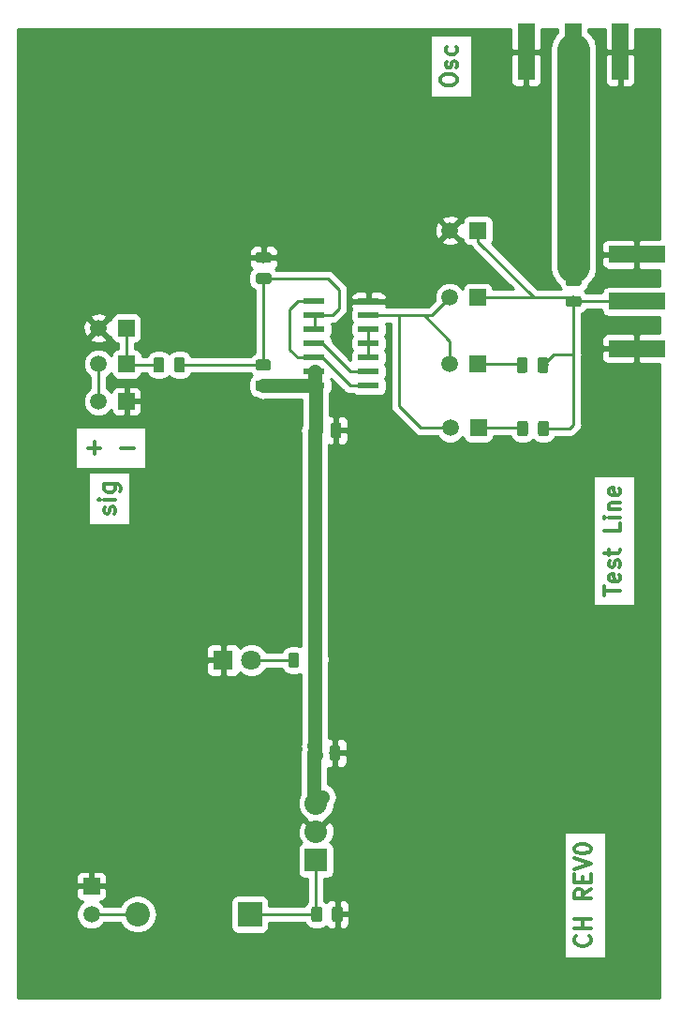
<source format=gtl>
G04 #@! TF.GenerationSoftware,KiCad,Pcbnew,(6.0.0-rc1-dev-305-gf0b8b21)*
G04 #@! TF.CreationDate,2018-11-29T17:33:20-08:00*
G04 #@! TF.ProjectId,EE173_Lab4,45453137335F4C6162342E6B69636164,rev?*
G04 #@! TF.SameCoordinates,Original*
G04 #@! TF.FileFunction,Copper,L1,Top,Signal*
G04 #@! TF.FilePolarity,Positive*
%FSLAX46Y46*%
G04 Gerber Fmt 4.6, Leading zero omitted, Abs format (unit mm)*
G04 Created by KiCad (PCBNEW (6.0.0-rc1-dev-305-gf0b8b21)) date Thursday, November 29, 2018 at 05:33:20 PM*
%MOMM*%
%LPD*%
G01*
G04 APERTURE LIST*
G04 #@! TA.AperFunction,NonConductor*
%ADD10C,0.300000*%
G04 #@! TD*
G04 #@! TA.AperFunction,SMDPad,CuDef*
%ADD11R,1.500000X5.080000*%
G04 #@! TD*
G04 #@! TA.AperFunction,Conductor*
%ADD12C,0.100000*%
G04 #@! TD*
G04 #@! TA.AperFunction,SMDPad,CuDef*
%ADD13C,0.975000*%
G04 #@! TD*
G04 #@! TA.AperFunction,ComponentPad*
%ADD14O,2.200000X2.200000*%
G04 #@! TD*
G04 #@! TA.AperFunction,ComponentPad*
%ADD15R,2.200000X2.200000*%
G04 #@! TD*
G04 #@! TA.AperFunction,ComponentPad*
%ADD16C,1.800000*%
G04 #@! TD*
G04 #@! TA.AperFunction,ComponentPad*
%ADD17R,1.800000X1.800000*%
G04 #@! TD*
G04 #@! TA.AperFunction,ComponentPad*
%ADD18R,2.032000X2.032000*%
G04 #@! TD*
G04 #@! TA.AperFunction,ComponentPad*
%ADD19C,2.032000*%
G04 #@! TD*
G04 #@! TA.AperFunction,SMDPad,CuDef*
%ADD20R,1.981200X0.558800*%
G04 #@! TD*
G04 #@! TA.AperFunction,ComponentPad*
%ADD21C,1.500000*%
G04 #@! TD*
G04 #@! TA.AperFunction,ComponentPad*
%ADD22R,1.500000X1.500000*%
G04 #@! TD*
G04 #@! TA.AperFunction,SMDPad,CuDef*
%ADD23R,5.080000X1.500000*%
G04 #@! TD*
G04 #@! TA.AperFunction,ViaPad*
%ADD24C,0.889000*%
G04 #@! TD*
G04 #@! TA.AperFunction,Conductor*
%ADD25C,0.254000*%
G04 #@! TD*
G04 #@! TA.AperFunction,Conductor*
%ADD26C,2.947873*%
G04 #@! TD*
G04 #@! TA.AperFunction,Conductor*
%ADD27C,1.270000*%
G04 #@! TD*
G04 APERTURE END LIST*
D10*
X257784021Y-115139481D02*
X257855449Y-115210910D01*
X257926878Y-115425195D01*
X257926878Y-115568052D01*
X257855449Y-115782338D01*
X257712592Y-115925195D01*
X257569735Y-115996624D01*
X257284021Y-116068052D01*
X257069735Y-116068052D01*
X256784021Y-115996624D01*
X256641164Y-115925195D01*
X256498307Y-115782338D01*
X256426878Y-115568052D01*
X256426878Y-115425195D01*
X256498307Y-115210910D01*
X256569735Y-115139481D01*
X257926878Y-114496624D02*
X256426878Y-114496624D01*
X257141164Y-114496624D02*
X257141164Y-113639481D01*
X257926878Y-113639481D02*
X256426878Y-113639481D01*
X257926878Y-110925195D02*
X257212592Y-111425195D01*
X257926878Y-111782338D02*
X256426878Y-111782338D01*
X256426878Y-111210910D01*
X256498307Y-111068052D01*
X256569735Y-110996624D01*
X256712592Y-110925195D01*
X256926878Y-110925195D01*
X257069735Y-110996624D01*
X257141164Y-111068052D01*
X257212592Y-111210910D01*
X257212592Y-111782338D01*
X257141164Y-110282338D02*
X257141164Y-109782338D01*
X257926878Y-109568052D02*
X257926878Y-110282338D01*
X256426878Y-110282338D01*
X256426878Y-109568052D01*
X256426878Y-109139481D02*
X257926878Y-108639481D01*
X256426878Y-108139481D01*
X256426878Y-107353767D02*
X256426878Y-107210910D01*
X256498307Y-107068052D01*
X256569735Y-106996624D01*
X256712592Y-106925195D01*
X256998307Y-106853767D01*
X257355449Y-106853767D01*
X257641164Y-106925195D01*
X257784021Y-106996624D01*
X257855449Y-107068052D01*
X257926878Y-107210910D01*
X257926878Y-107353767D01*
X257855449Y-107496624D01*
X257784021Y-107568052D01*
X257641164Y-107639481D01*
X257355449Y-107710910D01*
X256998307Y-107710910D01*
X256712592Y-107639481D01*
X256569735Y-107568052D01*
X256498307Y-107496624D01*
X256426878Y-107353767D01*
X214865449Y-77018052D02*
X214936878Y-76875195D01*
X214936878Y-76589481D01*
X214865449Y-76446624D01*
X214722592Y-76375195D01*
X214651164Y-76375195D01*
X214508307Y-76446624D01*
X214436878Y-76589481D01*
X214436878Y-76803767D01*
X214365449Y-76946624D01*
X214222592Y-77018052D01*
X214151164Y-77018052D01*
X214008307Y-76946624D01*
X213936878Y-76803767D01*
X213936878Y-76589481D01*
X214008307Y-76446624D01*
X214936878Y-75732338D02*
X213936878Y-75732338D01*
X213436878Y-75732338D02*
X213508307Y-75803767D01*
X213579735Y-75732338D01*
X213508307Y-75660910D01*
X213436878Y-75732338D01*
X213579735Y-75732338D01*
X213936878Y-74375195D02*
X215151164Y-74375195D01*
X215294021Y-74446624D01*
X215365449Y-74518052D01*
X215436878Y-74660910D01*
X215436878Y-74875195D01*
X215365449Y-75018052D01*
X214865449Y-74375195D02*
X214936878Y-74518052D01*
X214936878Y-74803767D01*
X214865449Y-74946624D01*
X214794021Y-75018052D01*
X214651164Y-75089481D01*
X214222592Y-75089481D01*
X214079735Y-75018052D01*
X214008307Y-74946624D01*
X213936878Y-74803767D01*
X213936878Y-74518052D01*
X214008307Y-74375195D01*
X212466878Y-71078052D02*
X213609735Y-71078052D01*
X213038307Y-71649481D02*
X213038307Y-70506624D01*
X215466878Y-71078052D02*
X216609735Y-71078052D01*
X259086878Y-84445195D02*
X259086878Y-83588052D01*
X260586878Y-84016624D02*
X259086878Y-84016624D01*
X260515449Y-82516624D02*
X260586878Y-82659481D01*
X260586878Y-82945195D01*
X260515449Y-83088052D01*
X260372592Y-83159481D01*
X259801164Y-83159481D01*
X259658307Y-83088052D01*
X259586878Y-82945195D01*
X259586878Y-82659481D01*
X259658307Y-82516624D01*
X259801164Y-82445195D01*
X259944021Y-82445195D01*
X260086878Y-83159481D01*
X260515449Y-81873767D02*
X260586878Y-81730910D01*
X260586878Y-81445195D01*
X260515449Y-81302338D01*
X260372592Y-81230910D01*
X260301164Y-81230910D01*
X260158307Y-81302338D01*
X260086878Y-81445195D01*
X260086878Y-81659481D01*
X260015449Y-81802338D01*
X259872592Y-81873767D01*
X259801164Y-81873767D01*
X259658307Y-81802338D01*
X259586878Y-81659481D01*
X259586878Y-81445195D01*
X259658307Y-81302338D01*
X259586878Y-80802338D02*
X259586878Y-80230910D01*
X259086878Y-80588052D02*
X260372592Y-80588052D01*
X260515449Y-80516624D01*
X260586878Y-80373767D01*
X260586878Y-80230910D01*
X260586878Y-77873767D02*
X260586878Y-78588052D01*
X259086878Y-78588052D01*
X260586878Y-77373767D02*
X259586878Y-77373767D01*
X259086878Y-77373767D02*
X259158307Y-77445195D01*
X259229735Y-77373767D01*
X259158307Y-77302338D01*
X259086878Y-77373767D01*
X259229735Y-77373767D01*
X259586878Y-76659481D02*
X260586878Y-76659481D01*
X259729735Y-76659481D02*
X259658307Y-76588052D01*
X259586878Y-76445195D01*
X259586878Y-76230910D01*
X259658307Y-76088052D01*
X259801164Y-76016624D01*
X260586878Y-76016624D01*
X260515449Y-74730910D02*
X260586878Y-74873767D01*
X260586878Y-75159481D01*
X260515449Y-75302338D01*
X260372592Y-75373767D01*
X259801164Y-75373767D01*
X259658307Y-75302338D01*
X259586878Y-75159481D01*
X259586878Y-74873767D01*
X259658307Y-74730910D01*
X259801164Y-74659481D01*
X259944021Y-74659481D01*
X260086878Y-75373767D01*
X244336878Y-37993767D02*
X244336878Y-37708052D01*
X244408307Y-37565195D01*
X244551164Y-37422338D01*
X244836878Y-37350910D01*
X245336878Y-37350910D01*
X245622592Y-37422338D01*
X245765449Y-37565195D01*
X245836878Y-37708052D01*
X245836878Y-37993767D01*
X245765449Y-38136624D01*
X245622592Y-38279481D01*
X245336878Y-38350910D01*
X244836878Y-38350910D01*
X244551164Y-38279481D01*
X244408307Y-38136624D01*
X244336878Y-37993767D01*
X245765449Y-36779481D02*
X245836878Y-36636624D01*
X245836878Y-36350910D01*
X245765449Y-36208052D01*
X245622592Y-36136624D01*
X245551164Y-36136624D01*
X245408307Y-36208052D01*
X245336878Y-36350910D01*
X245336878Y-36565195D01*
X245265449Y-36708052D01*
X245122592Y-36779481D01*
X245051164Y-36779481D01*
X244908307Y-36708052D01*
X244836878Y-36565195D01*
X244836878Y-36350910D01*
X244908307Y-36208052D01*
X245765449Y-34850910D02*
X245836878Y-34993767D01*
X245836878Y-35279481D01*
X245765449Y-35422338D01*
X245694021Y-35493767D01*
X245551164Y-35565195D01*
X245122592Y-35565195D01*
X244979735Y-35493767D01*
X244908307Y-35422338D01*
X244836878Y-35279481D01*
X244836878Y-34993767D01*
X244908307Y-34850910D01*
D11*
G04 #@! TO.P,J4,1*
G04 #@! TO.N,Net-(J4-Pad1)*
X256318307Y-35330910D03*
G04 #@! TO.P,J4,2*
G04 #@! TO.N,GND*
X252068307Y-35330910D03*
X260568307Y-35330910D03*
G04 #@! TD*
D12*
G04 #@! TO.N,Net-(C1-Pad2)*
G04 #@! TO.C,C1*
G36*
X219136039Y-62894891D02*
X219159700Y-62898401D01*
X219182904Y-62904213D01*
X219205426Y-62912271D01*
X219227050Y-62922499D01*
X219247567Y-62934796D01*
X219266780Y-62949046D01*
X219284504Y-62965110D01*
X219300568Y-62982834D01*
X219314818Y-63002047D01*
X219327115Y-63022564D01*
X219337343Y-63044188D01*
X219345401Y-63066710D01*
X219351213Y-63089914D01*
X219354723Y-63113575D01*
X219355897Y-63137467D01*
X219355897Y-64049967D01*
X219354723Y-64073859D01*
X219351213Y-64097520D01*
X219345401Y-64120724D01*
X219337343Y-64143246D01*
X219327115Y-64164870D01*
X219314818Y-64185387D01*
X219300568Y-64204600D01*
X219284504Y-64222324D01*
X219266780Y-64238388D01*
X219247567Y-64252638D01*
X219227050Y-64264935D01*
X219205426Y-64275163D01*
X219182904Y-64283221D01*
X219159700Y-64289033D01*
X219136039Y-64292543D01*
X219112147Y-64293717D01*
X218624647Y-64293717D01*
X218600755Y-64292543D01*
X218577094Y-64289033D01*
X218553890Y-64283221D01*
X218531368Y-64275163D01*
X218509744Y-64264935D01*
X218489227Y-64252638D01*
X218470014Y-64238388D01*
X218452290Y-64222324D01*
X218436226Y-64204600D01*
X218421976Y-64185387D01*
X218409679Y-64164870D01*
X218399451Y-64143246D01*
X218391393Y-64120724D01*
X218385581Y-64097520D01*
X218382071Y-64073859D01*
X218380897Y-64049967D01*
X218380897Y-63137467D01*
X218382071Y-63113575D01*
X218385581Y-63089914D01*
X218391393Y-63066710D01*
X218399451Y-63044188D01*
X218409679Y-63022564D01*
X218421976Y-63002047D01*
X218436226Y-62982834D01*
X218452290Y-62965110D01*
X218470014Y-62949046D01*
X218489227Y-62934796D01*
X218509744Y-62922499D01*
X218531368Y-62912271D01*
X218553890Y-62904213D01*
X218577094Y-62898401D01*
X218600755Y-62894891D01*
X218624647Y-62893717D01*
X219112147Y-62893717D01*
X219136039Y-62894891D01*
X219136039Y-62894891D01*
G37*
D13*
G04 #@! TD*
G04 #@! TO.P,C1,2*
G04 #@! TO.N,Net-(C1-Pad2)*
X218868397Y-63593717D03*
D12*
G04 #@! TO.N,Net-(C1-Pad1)*
G04 #@! TO.C,C1*
G36*
X221011039Y-62894891D02*
X221034700Y-62898401D01*
X221057904Y-62904213D01*
X221080426Y-62912271D01*
X221102050Y-62922499D01*
X221122567Y-62934796D01*
X221141780Y-62949046D01*
X221159504Y-62965110D01*
X221175568Y-62982834D01*
X221189818Y-63002047D01*
X221202115Y-63022564D01*
X221212343Y-63044188D01*
X221220401Y-63066710D01*
X221226213Y-63089914D01*
X221229723Y-63113575D01*
X221230897Y-63137467D01*
X221230897Y-64049967D01*
X221229723Y-64073859D01*
X221226213Y-64097520D01*
X221220401Y-64120724D01*
X221212343Y-64143246D01*
X221202115Y-64164870D01*
X221189818Y-64185387D01*
X221175568Y-64204600D01*
X221159504Y-64222324D01*
X221141780Y-64238388D01*
X221122567Y-64252638D01*
X221102050Y-64264935D01*
X221080426Y-64275163D01*
X221057904Y-64283221D01*
X221034700Y-64289033D01*
X221011039Y-64292543D01*
X220987147Y-64293717D01*
X220499647Y-64293717D01*
X220475755Y-64292543D01*
X220452094Y-64289033D01*
X220428890Y-64283221D01*
X220406368Y-64275163D01*
X220384744Y-64264935D01*
X220364227Y-64252638D01*
X220345014Y-64238388D01*
X220327290Y-64222324D01*
X220311226Y-64204600D01*
X220296976Y-64185387D01*
X220284679Y-64164870D01*
X220274451Y-64143246D01*
X220266393Y-64120724D01*
X220260581Y-64097520D01*
X220257071Y-64073859D01*
X220255897Y-64049967D01*
X220255897Y-63137467D01*
X220257071Y-63113575D01*
X220260581Y-63089914D01*
X220266393Y-63066710D01*
X220274451Y-63044188D01*
X220284679Y-63022564D01*
X220296976Y-63002047D01*
X220311226Y-62982834D01*
X220327290Y-62965110D01*
X220345014Y-62949046D01*
X220364227Y-62934796D01*
X220384744Y-62922499D01*
X220406368Y-62912271D01*
X220428890Y-62904213D01*
X220452094Y-62898401D01*
X220475755Y-62894891D01*
X220499647Y-62893717D01*
X220987147Y-62893717D01*
X221011039Y-62894891D01*
X221011039Y-62894891D01*
G37*
D13*
G04 #@! TD*
G04 #@! TO.P,C1,1*
G04 #@! TO.N,Net-(C1-Pad1)*
X220743397Y-63593717D03*
D12*
G04 #@! TO.N,GND*
G04 #@! TO.C,C2*
G36*
X235283539Y-112488391D02*
X235307200Y-112491901D01*
X235330404Y-112497713D01*
X235352926Y-112505771D01*
X235374550Y-112515999D01*
X235395067Y-112528296D01*
X235414280Y-112542546D01*
X235432004Y-112558610D01*
X235448068Y-112576334D01*
X235462318Y-112595547D01*
X235474615Y-112616064D01*
X235484843Y-112637688D01*
X235492901Y-112660210D01*
X235498713Y-112683414D01*
X235502223Y-112707075D01*
X235503397Y-112730967D01*
X235503397Y-113643467D01*
X235502223Y-113667359D01*
X235498713Y-113691020D01*
X235492901Y-113714224D01*
X235484843Y-113736746D01*
X235474615Y-113758370D01*
X235462318Y-113778887D01*
X235448068Y-113798100D01*
X235432004Y-113815824D01*
X235414280Y-113831888D01*
X235395067Y-113846138D01*
X235374550Y-113858435D01*
X235352926Y-113868663D01*
X235330404Y-113876721D01*
X235307200Y-113882533D01*
X235283539Y-113886043D01*
X235259647Y-113887217D01*
X234772147Y-113887217D01*
X234748255Y-113886043D01*
X234724594Y-113882533D01*
X234701390Y-113876721D01*
X234678868Y-113868663D01*
X234657244Y-113858435D01*
X234636727Y-113846138D01*
X234617514Y-113831888D01*
X234599790Y-113815824D01*
X234583726Y-113798100D01*
X234569476Y-113778887D01*
X234557179Y-113758370D01*
X234546951Y-113736746D01*
X234538893Y-113714224D01*
X234533081Y-113691020D01*
X234529571Y-113667359D01*
X234528397Y-113643467D01*
X234528397Y-112730967D01*
X234529571Y-112707075D01*
X234533081Y-112683414D01*
X234538893Y-112660210D01*
X234546951Y-112637688D01*
X234557179Y-112616064D01*
X234569476Y-112595547D01*
X234583726Y-112576334D01*
X234599790Y-112558610D01*
X234617514Y-112542546D01*
X234636727Y-112528296D01*
X234657244Y-112515999D01*
X234678868Y-112505771D01*
X234701390Y-112497713D01*
X234724594Y-112491901D01*
X234748255Y-112488391D01*
X234772147Y-112487217D01*
X235259647Y-112487217D01*
X235283539Y-112488391D01*
X235283539Y-112488391D01*
G37*
D13*
G04 #@! TD*
G04 #@! TO.P,C2,1*
G04 #@! TO.N,GND*
X235015897Y-113187217D03*
D12*
G04 #@! TO.N,Net-(C2-Pad2)*
G04 #@! TO.C,C2*
G36*
X233408539Y-112488391D02*
X233432200Y-112491901D01*
X233455404Y-112497713D01*
X233477926Y-112505771D01*
X233499550Y-112515999D01*
X233520067Y-112528296D01*
X233539280Y-112542546D01*
X233557004Y-112558610D01*
X233573068Y-112576334D01*
X233587318Y-112595547D01*
X233599615Y-112616064D01*
X233609843Y-112637688D01*
X233617901Y-112660210D01*
X233623713Y-112683414D01*
X233627223Y-112707075D01*
X233628397Y-112730967D01*
X233628397Y-113643467D01*
X233627223Y-113667359D01*
X233623713Y-113691020D01*
X233617901Y-113714224D01*
X233609843Y-113736746D01*
X233599615Y-113758370D01*
X233587318Y-113778887D01*
X233573068Y-113798100D01*
X233557004Y-113815824D01*
X233539280Y-113831888D01*
X233520067Y-113846138D01*
X233499550Y-113858435D01*
X233477926Y-113868663D01*
X233455404Y-113876721D01*
X233432200Y-113882533D01*
X233408539Y-113886043D01*
X233384647Y-113887217D01*
X232897147Y-113887217D01*
X232873255Y-113886043D01*
X232849594Y-113882533D01*
X232826390Y-113876721D01*
X232803868Y-113868663D01*
X232782244Y-113858435D01*
X232761727Y-113846138D01*
X232742514Y-113831888D01*
X232724790Y-113815824D01*
X232708726Y-113798100D01*
X232694476Y-113778887D01*
X232682179Y-113758370D01*
X232671951Y-113736746D01*
X232663893Y-113714224D01*
X232658081Y-113691020D01*
X232654571Y-113667359D01*
X232653397Y-113643467D01*
X232653397Y-112730967D01*
X232654571Y-112707075D01*
X232658081Y-112683414D01*
X232663893Y-112660210D01*
X232671951Y-112637688D01*
X232682179Y-112616064D01*
X232694476Y-112595547D01*
X232708726Y-112576334D01*
X232724790Y-112558610D01*
X232742514Y-112542546D01*
X232761727Y-112528296D01*
X232782244Y-112515999D01*
X232803868Y-112505771D01*
X232826390Y-112497713D01*
X232849594Y-112491901D01*
X232873255Y-112488391D01*
X232897147Y-112487217D01*
X233384647Y-112487217D01*
X233408539Y-112488391D01*
X233408539Y-112488391D01*
G37*
D13*
G04 #@! TD*
G04 #@! TO.P,C2,2*
G04 #@! TO.N,Net-(C2-Pad2)*
X233140897Y-113187217D03*
D12*
G04 #@! TO.N,+6V*
G04 #@! TO.C,C3*
G36*
X233179533Y-97924387D02*
X233203194Y-97927897D01*
X233226398Y-97933709D01*
X233248920Y-97941767D01*
X233270544Y-97951995D01*
X233291061Y-97964292D01*
X233310274Y-97978542D01*
X233327998Y-97994606D01*
X233344062Y-98012330D01*
X233358312Y-98031543D01*
X233370609Y-98052060D01*
X233380837Y-98073684D01*
X233388895Y-98096206D01*
X233394707Y-98119410D01*
X233398217Y-98143071D01*
X233399391Y-98166963D01*
X233399391Y-99079463D01*
X233398217Y-99103355D01*
X233394707Y-99127016D01*
X233388895Y-99150220D01*
X233380837Y-99172742D01*
X233370609Y-99194366D01*
X233358312Y-99214883D01*
X233344062Y-99234096D01*
X233327998Y-99251820D01*
X233310274Y-99267884D01*
X233291061Y-99282134D01*
X233270544Y-99294431D01*
X233248920Y-99304659D01*
X233226398Y-99312717D01*
X233203194Y-99318529D01*
X233179533Y-99322039D01*
X233155641Y-99323213D01*
X232668141Y-99323213D01*
X232644249Y-99322039D01*
X232620588Y-99318529D01*
X232597384Y-99312717D01*
X232574862Y-99304659D01*
X232553238Y-99294431D01*
X232532721Y-99282134D01*
X232513508Y-99267884D01*
X232495784Y-99251820D01*
X232479720Y-99234096D01*
X232465470Y-99214883D01*
X232453173Y-99194366D01*
X232442945Y-99172742D01*
X232434887Y-99150220D01*
X232429075Y-99127016D01*
X232425565Y-99103355D01*
X232424391Y-99079463D01*
X232424391Y-98166963D01*
X232425565Y-98143071D01*
X232429075Y-98119410D01*
X232434887Y-98096206D01*
X232442945Y-98073684D01*
X232453173Y-98052060D01*
X232465470Y-98031543D01*
X232479720Y-98012330D01*
X232495784Y-97994606D01*
X232513508Y-97978542D01*
X232532721Y-97964292D01*
X232553238Y-97951995D01*
X232574862Y-97941767D01*
X232597384Y-97933709D01*
X232620588Y-97927897D01*
X232644249Y-97924387D01*
X232668141Y-97923213D01*
X233155641Y-97923213D01*
X233179533Y-97924387D01*
X233179533Y-97924387D01*
G37*
D13*
G04 #@! TD*
G04 #@! TO.P,C3,2*
G04 #@! TO.N,+6V*
X232911891Y-98623213D03*
D12*
G04 #@! TO.N,GND*
G04 #@! TO.C,C3*
G36*
X235054533Y-97924387D02*
X235078194Y-97927897D01*
X235101398Y-97933709D01*
X235123920Y-97941767D01*
X235145544Y-97951995D01*
X235166061Y-97964292D01*
X235185274Y-97978542D01*
X235202998Y-97994606D01*
X235219062Y-98012330D01*
X235233312Y-98031543D01*
X235245609Y-98052060D01*
X235255837Y-98073684D01*
X235263895Y-98096206D01*
X235269707Y-98119410D01*
X235273217Y-98143071D01*
X235274391Y-98166963D01*
X235274391Y-99079463D01*
X235273217Y-99103355D01*
X235269707Y-99127016D01*
X235263895Y-99150220D01*
X235255837Y-99172742D01*
X235245609Y-99194366D01*
X235233312Y-99214883D01*
X235219062Y-99234096D01*
X235202998Y-99251820D01*
X235185274Y-99267884D01*
X235166061Y-99282134D01*
X235145544Y-99294431D01*
X235123920Y-99304659D01*
X235101398Y-99312717D01*
X235078194Y-99318529D01*
X235054533Y-99322039D01*
X235030641Y-99323213D01*
X234543141Y-99323213D01*
X234519249Y-99322039D01*
X234495588Y-99318529D01*
X234472384Y-99312717D01*
X234449862Y-99304659D01*
X234428238Y-99294431D01*
X234407721Y-99282134D01*
X234388508Y-99267884D01*
X234370784Y-99251820D01*
X234354720Y-99234096D01*
X234340470Y-99214883D01*
X234328173Y-99194366D01*
X234317945Y-99172742D01*
X234309887Y-99150220D01*
X234304075Y-99127016D01*
X234300565Y-99103355D01*
X234299391Y-99079463D01*
X234299391Y-98166963D01*
X234300565Y-98143071D01*
X234304075Y-98119410D01*
X234309887Y-98096206D01*
X234317945Y-98073684D01*
X234328173Y-98052060D01*
X234340470Y-98031543D01*
X234354720Y-98012330D01*
X234370784Y-97994606D01*
X234388508Y-97978542D01*
X234407721Y-97964292D01*
X234428238Y-97951995D01*
X234449862Y-97941767D01*
X234472384Y-97933709D01*
X234495588Y-97927897D01*
X234519249Y-97924387D01*
X234543141Y-97923213D01*
X235030641Y-97923213D01*
X235054533Y-97924387D01*
X235054533Y-97924387D01*
G37*
D13*
G04 #@! TD*
G04 #@! TO.P,C3,1*
G04 #@! TO.N,GND*
X234786891Y-98623213D03*
D12*
G04 #@! TO.N,GND*
G04 #@! TO.C,C4*
G36*
X235156539Y-68800391D02*
X235180200Y-68803901D01*
X235203404Y-68809713D01*
X235225926Y-68817771D01*
X235247550Y-68827999D01*
X235268067Y-68840296D01*
X235287280Y-68854546D01*
X235305004Y-68870610D01*
X235321068Y-68888334D01*
X235335318Y-68907547D01*
X235347615Y-68928064D01*
X235357843Y-68949688D01*
X235365901Y-68972210D01*
X235371713Y-68995414D01*
X235375223Y-69019075D01*
X235376397Y-69042967D01*
X235376397Y-69955467D01*
X235375223Y-69979359D01*
X235371713Y-70003020D01*
X235365901Y-70026224D01*
X235357843Y-70048746D01*
X235347615Y-70070370D01*
X235335318Y-70090887D01*
X235321068Y-70110100D01*
X235305004Y-70127824D01*
X235287280Y-70143888D01*
X235268067Y-70158138D01*
X235247550Y-70170435D01*
X235225926Y-70180663D01*
X235203404Y-70188721D01*
X235180200Y-70194533D01*
X235156539Y-70198043D01*
X235132647Y-70199217D01*
X234645147Y-70199217D01*
X234621255Y-70198043D01*
X234597594Y-70194533D01*
X234574390Y-70188721D01*
X234551868Y-70180663D01*
X234530244Y-70170435D01*
X234509727Y-70158138D01*
X234490514Y-70143888D01*
X234472790Y-70127824D01*
X234456726Y-70110100D01*
X234442476Y-70090887D01*
X234430179Y-70070370D01*
X234419951Y-70048746D01*
X234411893Y-70026224D01*
X234406081Y-70003020D01*
X234402571Y-69979359D01*
X234401397Y-69955467D01*
X234401397Y-69042967D01*
X234402571Y-69019075D01*
X234406081Y-68995414D01*
X234411893Y-68972210D01*
X234419951Y-68949688D01*
X234430179Y-68928064D01*
X234442476Y-68907547D01*
X234456726Y-68888334D01*
X234472790Y-68870610D01*
X234490514Y-68854546D01*
X234509727Y-68840296D01*
X234530244Y-68827999D01*
X234551868Y-68817771D01*
X234574390Y-68809713D01*
X234597594Y-68803901D01*
X234621255Y-68800391D01*
X234645147Y-68799217D01*
X235132647Y-68799217D01*
X235156539Y-68800391D01*
X235156539Y-68800391D01*
G37*
D13*
G04 #@! TD*
G04 #@! TO.P,C4,1*
G04 #@! TO.N,GND*
X234888897Y-69499217D03*
D12*
G04 #@! TO.N,+6V*
G04 #@! TO.C,C4*
G36*
X233281539Y-68800391D02*
X233305200Y-68803901D01*
X233328404Y-68809713D01*
X233350926Y-68817771D01*
X233372550Y-68827999D01*
X233393067Y-68840296D01*
X233412280Y-68854546D01*
X233430004Y-68870610D01*
X233446068Y-68888334D01*
X233460318Y-68907547D01*
X233472615Y-68928064D01*
X233482843Y-68949688D01*
X233490901Y-68972210D01*
X233496713Y-68995414D01*
X233500223Y-69019075D01*
X233501397Y-69042967D01*
X233501397Y-69955467D01*
X233500223Y-69979359D01*
X233496713Y-70003020D01*
X233490901Y-70026224D01*
X233482843Y-70048746D01*
X233472615Y-70070370D01*
X233460318Y-70090887D01*
X233446068Y-70110100D01*
X233430004Y-70127824D01*
X233412280Y-70143888D01*
X233393067Y-70158138D01*
X233372550Y-70170435D01*
X233350926Y-70180663D01*
X233328404Y-70188721D01*
X233305200Y-70194533D01*
X233281539Y-70198043D01*
X233257647Y-70199217D01*
X232770147Y-70199217D01*
X232746255Y-70198043D01*
X232722594Y-70194533D01*
X232699390Y-70188721D01*
X232676868Y-70180663D01*
X232655244Y-70170435D01*
X232634727Y-70158138D01*
X232615514Y-70143888D01*
X232597790Y-70127824D01*
X232581726Y-70110100D01*
X232567476Y-70090887D01*
X232555179Y-70070370D01*
X232544951Y-70048746D01*
X232536893Y-70026224D01*
X232531081Y-70003020D01*
X232527571Y-69979359D01*
X232526397Y-69955467D01*
X232526397Y-69042967D01*
X232527571Y-69019075D01*
X232531081Y-68995414D01*
X232536893Y-68972210D01*
X232544951Y-68949688D01*
X232555179Y-68928064D01*
X232567476Y-68907547D01*
X232581726Y-68888334D01*
X232597790Y-68870610D01*
X232615514Y-68854546D01*
X232634727Y-68840296D01*
X232655244Y-68827999D01*
X232676868Y-68817771D01*
X232699390Y-68809713D01*
X232722594Y-68803901D01*
X232746255Y-68800391D01*
X232770147Y-68799217D01*
X233257647Y-68799217D01*
X233281539Y-68800391D01*
X233281539Y-68800391D01*
G37*
D13*
G04 #@! TD*
G04 #@! TO.P,C4,2*
G04 #@! TO.N,+6V*
X233013897Y-69499217D03*
D14*
G04 #@! TO.P,D1,2*
G04 #@! TO.N,Net-(D1-Pad2)*
X216933397Y-113187217D03*
D15*
G04 #@! TO.P,D1,1*
G04 #@! TO.N,Net-(C2-Pad2)*
X227093397Y-113187217D03*
G04 #@! TD*
D16*
G04 #@! TO.P,D2,2*
G04 #@! TO.N,Net-(D2-Pad2)*
X227245391Y-90241213D03*
D17*
G04 #@! TO.P,D2,1*
G04 #@! TO.N,GND*
X224705391Y-90241213D03*
G04 #@! TD*
D12*
G04 #@! TO.N,+6V*
G04 #@! TO.C,R1*
G36*
X228780039Y-64982391D02*
X228803700Y-64985901D01*
X228826904Y-64991713D01*
X228849426Y-64999771D01*
X228871050Y-65009999D01*
X228891567Y-65022296D01*
X228910780Y-65036546D01*
X228928504Y-65052610D01*
X228944568Y-65070334D01*
X228958818Y-65089547D01*
X228971115Y-65110064D01*
X228981343Y-65131688D01*
X228989401Y-65154210D01*
X228995213Y-65177414D01*
X228998723Y-65201075D01*
X228999897Y-65224967D01*
X228999897Y-65712467D01*
X228998723Y-65736359D01*
X228995213Y-65760020D01*
X228989401Y-65783224D01*
X228981343Y-65805746D01*
X228971115Y-65827370D01*
X228958818Y-65847887D01*
X228944568Y-65867100D01*
X228928504Y-65884824D01*
X228910780Y-65900888D01*
X228891567Y-65915138D01*
X228871050Y-65927435D01*
X228849426Y-65937663D01*
X228826904Y-65945721D01*
X228803700Y-65951533D01*
X228780039Y-65955043D01*
X228756147Y-65956217D01*
X227843647Y-65956217D01*
X227819755Y-65955043D01*
X227796094Y-65951533D01*
X227772890Y-65945721D01*
X227750368Y-65937663D01*
X227728744Y-65927435D01*
X227708227Y-65915138D01*
X227689014Y-65900888D01*
X227671290Y-65884824D01*
X227655226Y-65867100D01*
X227640976Y-65847887D01*
X227628679Y-65827370D01*
X227618451Y-65805746D01*
X227610393Y-65783224D01*
X227604581Y-65760020D01*
X227601071Y-65736359D01*
X227599897Y-65712467D01*
X227599897Y-65224967D01*
X227601071Y-65201075D01*
X227604581Y-65177414D01*
X227610393Y-65154210D01*
X227618451Y-65131688D01*
X227628679Y-65110064D01*
X227640976Y-65089547D01*
X227655226Y-65070334D01*
X227671290Y-65052610D01*
X227689014Y-65036546D01*
X227708227Y-65022296D01*
X227728744Y-65009999D01*
X227750368Y-64999771D01*
X227772890Y-64991713D01*
X227796094Y-64985901D01*
X227819755Y-64982391D01*
X227843647Y-64981217D01*
X228756147Y-64981217D01*
X228780039Y-64982391D01*
X228780039Y-64982391D01*
G37*
D13*
G04 #@! TD*
G04 #@! TO.P,R1,1*
G04 #@! TO.N,+6V*
X228299897Y-65468717D03*
D12*
G04 #@! TO.N,Net-(C1-Pad1)*
G04 #@! TO.C,R1*
G36*
X228780039Y-63107391D02*
X228803700Y-63110901D01*
X228826904Y-63116713D01*
X228849426Y-63124771D01*
X228871050Y-63134999D01*
X228891567Y-63147296D01*
X228910780Y-63161546D01*
X228928504Y-63177610D01*
X228944568Y-63195334D01*
X228958818Y-63214547D01*
X228971115Y-63235064D01*
X228981343Y-63256688D01*
X228989401Y-63279210D01*
X228995213Y-63302414D01*
X228998723Y-63326075D01*
X228999897Y-63349967D01*
X228999897Y-63837467D01*
X228998723Y-63861359D01*
X228995213Y-63885020D01*
X228989401Y-63908224D01*
X228981343Y-63930746D01*
X228971115Y-63952370D01*
X228958818Y-63972887D01*
X228944568Y-63992100D01*
X228928504Y-64009824D01*
X228910780Y-64025888D01*
X228891567Y-64040138D01*
X228871050Y-64052435D01*
X228849426Y-64062663D01*
X228826904Y-64070721D01*
X228803700Y-64076533D01*
X228780039Y-64080043D01*
X228756147Y-64081217D01*
X227843647Y-64081217D01*
X227819755Y-64080043D01*
X227796094Y-64076533D01*
X227772890Y-64070721D01*
X227750368Y-64062663D01*
X227728744Y-64052435D01*
X227708227Y-64040138D01*
X227689014Y-64025888D01*
X227671290Y-64009824D01*
X227655226Y-63992100D01*
X227640976Y-63972887D01*
X227628679Y-63952370D01*
X227618451Y-63930746D01*
X227610393Y-63908224D01*
X227604581Y-63885020D01*
X227601071Y-63861359D01*
X227599897Y-63837467D01*
X227599897Y-63349967D01*
X227601071Y-63326075D01*
X227604581Y-63302414D01*
X227610393Y-63279210D01*
X227618451Y-63256688D01*
X227628679Y-63235064D01*
X227640976Y-63214547D01*
X227655226Y-63195334D01*
X227671290Y-63177610D01*
X227689014Y-63161546D01*
X227708227Y-63147296D01*
X227728744Y-63134999D01*
X227750368Y-63124771D01*
X227772890Y-63116713D01*
X227796094Y-63110901D01*
X227819755Y-63107391D01*
X227843647Y-63106217D01*
X228756147Y-63106217D01*
X228780039Y-63107391D01*
X228780039Y-63107391D01*
G37*
D13*
G04 #@! TD*
G04 #@! TO.P,R1,2*
G04 #@! TO.N,Net-(C1-Pad1)*
X228299897Y-63593717D03*
D12*
G04 #@! TO.N,GND*
G04 #@! TO.C,R2*
G36*
X228818139Y-53417291D02*
X228841800Y-53420801D01*
X228865004Y-53426613D01*
X228887526Y-53434671D01*
X228909150Y-53444899D01*
X228929667Y-53457196D01*
X228948880Y-53471446D01*
X228966604Y-53487510D01*
X228982668Y-53505234D01*
X228996918Y-53524447D01*
X229009215Y-53544964D01*
X229019443Y-53566588D01*
X229027501Y-53589110D01*
X229033313Y-53612314D01*
X229036823Y-53635975D01*
X229037997Y-53659867D01*
X229037997Y-54147367D01*
X229036823Y-54171259D01*
X229033313Y-54194920D01*
X229027501Y-54218124D01*
X229019443Y-54240646D01*
X229009215Y-54262270D01*
X228996918Y-54282787D01*
X228982668Y-54302000D01*
X228966604Y-54319724D01*
X228948880Y-54335788D01*
X228929667Y-54350038D01*
X228909150Y-54362335D01*
X228887526Y-54372563D01*
X228865004Y-54380621D01*
X228841800Y-54386433D01*
X228818139Y-54389943D01*
X228794247Y-54391117D01*
X227881747Y-54391117D01*
X227857855Y-54389943D01*
X227834194Y-54386433D01*
X227810990Y-54380621D01*
X227788468Y-54372563D01*
X227766844Y-54362335D01*
X227746327Y-54350038D01*
X227727114Y-54335788D01*
X227709390Y-54319724D01*
X227693326Y-54302000D01*
X227679076Y-54282787D01*
X227666779Y-54262270D01*
X227656551Y-54240646D01*
X227648493Y-54218124D01*
X227642681Y-54194920D01*
X227639171Y-54171259D01*
X227637997Y-54147367D01*
X227637997Y-53659867D01*
X227639171Y-53635975D01*
X227642681Y-53612314D01*
X227648493Y-53589110D01*
X227656551Y-53566588D01*
X227666779Y-53544964D01*
X227679076Y-53524447D01*
X227693326Y-53505234D01*
X227709390Y-53487510D01*
X227727114Y-53471446D01*
X227746327Y-53457196D01*
X227766844Y-53444899D01*
X227788468Y-53434671D01*
X227810990Y-53426613D01*
X227834194Y-53420801D01*
X227857855Y-53417291D01*
X227881747Y-53416117D01*
X228794247Y-53416117D01*
X228818139Y-53417291D01*
X228818139Y-53417291D01*
G37*
D13*
G04 #@! TD*
G04 #@! TO.P,R2,2*
G04 #@! TO.N,GND*
X228337997Y-53903617D03*
D12*
G04 #@! TO.N,Net-(C1-Pad1)*
G04 #@! TO.C,R2*
G36*
X228818139Y-55292291D02*
X228841800Y-55295801D01*
X228865004Y-55301613D01*
X228887526Y-55309671D01*
X228909150Y-55319899D01*
X228929667Y-55332196D01*
X228948880Y-55346446D01*
X228966604Y-55362510D01*
X228982668Y-55380234D01*
X228996918Y-55399447D01*
X229009215Y-55419964D01*
X229019443Y-55441588D01*
X229027501Y-55464110D01*
X229033313Y-55487314D01*
X229036823Y-55510975D01*
X229037997Y-55534867D01*
X229037997Y-56022367D01*
X229036823Y-56046259D01*
X229033313Y-56069920D01*
X229027501Y-56093124D01*
X229019443Y-56115646D01*
X229009215Y-56137270D01*
X228996918Y-56157787D01*
X228982668Y-56177000D01*
X228966604Y-56194724D01*
X228948880Y-56210788D01*
X228929667Y-56225038D01*
X228909150Y-56237335D01*
X228887526Y-56247563D01*
X228865004Y-56255621D01*
X228841800Y-56261433D01*
X228818139Y-56264943D01*
X228794247Y-56266117D01*
X227881747Y-56266117D01*
X227857855Y-56264943D01*
X227834194Y-56261433D01*
X227810990Y-56255621D01*
X227788468Y-56247563D01*
X227766844Y-56237335D01*
X227746327Y-56225038D01*
X227727114Y-56210788D01*
X227709390Y-56194724D01*
X227693326Y-56177000D01*
X227679076Y-56157787D01*
X227666779Y-56137270D01*
X227656551Y-56115646D01*
X227648493Y-56093124D01*
X227642681Y-56069920D01*
X227639171Y-56046259D01*
X227637997Y-56022367D01*
X227637997Y-55534867D01*
X227639171Y-55510975D01*
X227642681Y-55487314D01*
X227648493Y-55464110D01*
X227656551Y-55441588D01*
X227666779Y-55419964D01*
X227679076Y-55399447D01*
X227693326Y-55380234D01*
X227709390Y-55362510D01*
X227727114Y-55346446D01*
X227746327Y-55332196D01*
X227766844Y-55319899D01*
X227788468Y-55309671D01*
X227810990Y-55301613D01*
X227834194Y-55295801D01*
X227857855Y-55292291D01*
X227881747Y-55291117D01*
X228794247Y-55291117D01*
X228818139Y-55292291D01*
X228818139Y-55292291D01*
G37*
D13*
G04 #@! TD*
G04 #@! TO.P,R2,1*
G04 #@! TO.N,Net-(C1-Pad1)*
X228337997Y-55778617D03*
D12*
G04 #@! TO.N,Net-(D2-Pad2)*
G04 #@! TO.C,R3*
G36*
X231323033Y-89542387D02*
X231346694Y-89545897D01*
X231369898Y-89551709D01*
X231392420Y-89559767D01*
X231414044Y-89569995D01*
X231434561Y-89582292D01*
X231453774Y-89596542D01*
X231471498Y-89612606D01*
X231487562Y-89630330D01*
X231501812Y-89649543D01*
X231514109Y-89670060D01*
X231524337Y-89691684D01*
X231532395Y-89714206D01*
X231538207Y-89737410D01*
X231541717Y-89761071D01*
X231542891Y-89784963D01*
X231542891Y-90697463D01*
X231541717Y-90721355D01*
X231538207Y-90745016D01*
X231532395Y-90768220D01*
X231524337Y-90790742D01*
X231514109Y-90812366D01*
X231501812Y-90832883D01*
X231487562Y-90852096D01*
X231471498Y-90869820D01*
X231453774Y-90885884D01*
X231434561Y-90900134D01*
X231414044Y-90912431D01*
X231392420Y-90922659D01*
X231369898Y-90930717D01*
X231346694Y-90936529D01*
X231323033Y-90940039D01*
X231299141Y-90941213D01*
X230811641Y-90941213D01*
X230787749Y-90940039D01*
X230764088Y-90936529D01*
X230740884Y-90930717D01*
X230718362Y-90922659D01*
X230696738Y-90912431D01*
X230676221Y-90900134D01*
X230657008Y-90885884D01*
X230639284Y-90869820D01*
X230623220Y-90852096D01*
X230608970Y-90832883D01*
X230596673Y-90812366D01*
X230586445Y-90790742D01*
X230578387Y-90768220D01*
X230572575Y-90745016D01*
X230569065Y-90721355D01*
X230567891Y-90697463D01*
X230567891Y-89784963D01*
X230569065Y-89761071D01*
X230572575Y-89737410D01*
X230578387Y-89714206D01*
X230586445Y-89691684D01*
X230596673Y-89670060D01*
X230608970Y-89649543D01*
X230623220Y-89630330D01*
X230639284Y-89612606D01*
X230657008Y-89596542D01*
X230676221Y-89582292D01*
X230696738Y-89569995D01*
X230718362Y-89559767D01*
X230740884Y-89551709D01*
X230764088Y-89545897D01*
X230787749Y-89542387D01*
X230811641Y-89541213D01*
X231299141Y-89541213D01*
X231323033Y-89542387D01*
X231323033Y-89542387D01*
G37*
D13*
G04 #@! TD*
G04 #@! TO.P,R3,1*
G04 #@! TO.N,Net-(D2-Pad2)*
X231055391Y-90241213D03*
D12*
G04 #@! TO.N,+6V*
G04 #@! TO.C,R3*
G36*
X233198033Y-89542387D02*
X233221694Y-89545897D01*
X233244898Y-89551709D01*
X233267420Y-89559767D01*
X233289044Y-89569995D01*
X233309561Y-89582292D01*
X233328774Y-89596542D01*
X233346498Y-89612606D01*
X233362562Y-89630330D01*
X233376812Y-89649543D01*
X233389109Y-89670060D01*
X233399337Y-89691684D01*
X233407395Y-89714206D01*
X233413207Y-89737410D01*
X233416717Y-89761071D01*
X233417891Y-89784963D01*
X233417891Y-90697463D01*
X233416717Y-90721355D01*
X233413207Y-90745016D01*
X233407395Y-90768220D01*
X233399337Y-90790742D01*
X233389109Y-90812366D01*
X233376812Y-90832883D01*
X233362562Y-90852096D01*
X233346498Y-90869820D01*
X233328774Y-90885884D01*
X233309561Y-90900134D01*
X233289044Y-90912431D01*
X233267420Y-90922659D01*
X233244898Y-90930717D01*
X233221694Y-90936529D01*
X233198033Y-90940039D01*
X233174141Y-90941213D01*
X232686641Y-90941213D01*
X232662749Y-90940039D01*
X232639088Y-90936529D01*
X232615884Y-90930717D01*
X232593362Y-90922659D01*
X232571738Y-90912431D01*
X232551221Y-90900134D01*
X232532008Y-90885884D01*
X232514284Y-90869820D01*
X232498220Y-90852096D01*
X232483970Y-90832883D01*
X232471673Y-90812366D01*
X232461445Y-90790742D01*
X232453387Y-90768220D01*
X232447575Y-90745016D01*
X232444065Y-90721355D01*
X232442891Y-90697463D01*
X232442891Y-89784963D01*
X232444065Y-89761071D01*
X232447575Y-89737410D01*
X232453387Y-89714206D01*
X232461445Y-89691684D01*
X232471673Y-89670060D01*
X232483970Y-89649543D01*
X232498220Y-89630330D01*
X232514284Y-89612606D01*
X232532008Y-89596542D01*
X232551221Y-89582292D01*
X232571738Y-89569995D01*
X232593362Y-89559767D01*
X232615884Y-89551709D01*
X232639088Y-89545897D01*
X232662749Y-89542387D01*
X232686641Y-89541213D01*
X233174141Y-89541213D01*
X233198033Y-89542387D01*
X233198033Y-89542387D01*
G37*
D13*
G04 #@! TD*
G04 #@! TO.P,R3,2*
G04 #@! TO.N,+6V*
X232930391Y-90241213D03*
D12*
G04 #@! TO.N,Net-(J3-Pad1)*
G04 #@! TO.C,R5*
G36*
X253857642Y-62912174D02*
X253881303Y-62915684D01*
X253904507Y-62921496D01*
X253927029Y-62929554D01*
X253948653Y-62939782D01*
X253969170Y-62952079D01*
X253988383Y-62966329D01*
X254006107Y-62982393D01*
X254022171Y-63000117D01*
X254036421Y-63019330D01*
X254048718Y-63039847D01*
X254058946Y-63061471D01*
X254067004Y-63083993D01*
X254072816Y-63107197D01*
X254076326Y-63130858D01*
X254077500Y-63154750D01*
X254077500Y-64067250D01*
X254076326Y-64091142D01*
X254072816Y-64114803D01*
X254067004Y-64138007D01*
X254058946Y-64160529D01*
X254048718Y-64182153D01*
X254036421Y-64202670D01*
X254022171Y-64221883D01*
X254006107Y-64239607D01*
X253988383Y-64255671D01*
X253969170Y-64269921D01*
X253948653Y-64282218D01*
X253927029Y-64292446D01*
X253904507Y-64300504D01*
X253881303Y-64306316D01*
X253857642Y-64309826D01*
X253833750Y-64311000D01*
X253346250Y-64311000D01*
X253322358Y-64309826D01*
X253298697Y-64306316D01*
X253275493Y-64300504D01*
X253252971Y-64292446D01*
X253231347Y-64282218D01*
X253210830Y-64269921D01*
X253191617Y-64255671D01*
X253173893Y-64239607D01*
X253157829Y-64221883D01*
X253143579Y-64202670D01*
X253131282Y-64182153D01*
X253121054Y-64160529D01*
X253112996Y-64138007D01*
X253107184Y-64114803D01*
X253103674Y-64091142D01*
X253102500Y-64067250D01*
X253102500Y-63154750D01*
X253103674Y-63130858D01*
X253107184Y-63107197D01*
X253112996Y-63083993D01*
X253121054Y-63061471D01*
X253131282Y-63039847D01*
X253143579Y-63019330D01*
X253157829Y-63000117D01*
X253173893Y-62982393D01*
X253191617Y-62966329D01*
X253210830Y-62952079D01*
X253231347Y-62939782D01*
X253252971Y-62929554D01*
X253275493Y-62921496D01*
X253298697Y-62915684D01*
X253322358Y-62912174D01*
X253346250Y-62911000D01*
X253833750Y-62911000D01*
X253857642Y-62912174D01*
X253857642Y-62912174D01*
G37*
D13*
G04 #@! TD*
G04 #@! TO.P,R5,1*
G04 #@! TO.N,Net-(J3-Pad1)*
X253590000Y-63611000D03*
D12*
G04 #@! TO.N,Net-(JP4-Pad2)*
G04 #@! TO.C,R5*
G36*
X251982642Y-62912174D02*
X252006303Y-62915684D01*
X252029507Y-62921496D01*
X252052029Y-62929554D01*
X252073653Y-62939782D01*
X252094170Y-62952079D01*
X252113383Y-62966329D01*
X252131107Y-62982393D01*
X252147171Y-63000117D01*
X252161421Y-63019330D01*
X252173718Y-63039847D01*
X252183946Y-63061471D01*
X252192004Y-63083993D01*
X252197816Y-63107197D01*
X252201326Y-63130858D01*
X252202500Y-63154750D01*
X252202500Y-64067250D01*
X252201326Y-64091142D01*
X252197816Y-64114803D01*
X252192004Y-64138007D01*
X252183946Y-64160529D01*
X252173718Y-64182153D01*
X252161421Y-64202670D01*
X252147171Y-64221883D01*
X252131107Y-64239607D01*
X252113383Y-64255671D01*
X252094170Y-64269921D01*
X252073653Y-64282218D01*
X252052029Y-64292446D01*
X252029507Y-64300504D01*
X252006303Y-64306316D01*
X251982642Y-64309826D01*
X251958750Y-64311000D01*
X251471250Y-64311000D01*
X251447358Y-64309826D01*
X251423697Y-64306316D01*
X251400493Y-64300504D01*
X251377971Y-64292446D01*
X251356347Y-64282218D01*
X251335830Y-64269921D01*
X251316617Y-64255671D01*
X251298893Y-64239607D01*
X251282829Y-64221883D01*
X251268579Y-64202670D01*
X251256282Y-64182153D01*
X251246054Y-64160529D01*
X251237996Y-64138007D01*
X251232184Y-64114803D01*
X251228674Y-64091142D01*
X251227500Y-64067250D01*
X251227500Y-63154750D01*
X251228674Y-63130858D01*
X251232184Y-63107197D01*
X251237996Y-63083993D01*
X251246054Y-63061471D01*
X251256282Y-63039847D01*
X251268579Y-63019330D01*
X251282829Y-63000117D01*
X251298893Y-62982393D01*
X251316617Y-62966329D01*
X251335830Y-62952079D01*
X251356347Y-62939782D01*
X251377971Y-62929554D01*
X251400493Y-62921496D01*
X251423697Y-62915684D01*
X251447358Y-62912174D01*
X251471250Y-62911000D01*
X251958750Y-62911000D01*
X251982642Y-62912174D01*
X251982642Y-62912174D01*
G37*
D13*
G04 #@! TD*
G04 #@! TO.P,R5,2*
G04 #@! TO.N,Net-(JP4-Pad2)*
X251715000Y-63611000D03*
D12*
G04 #@! TO.N,Net-(JP5-Pad2)*
G04 #@! TO.C,R6*
G36*
X252026642Y-68638174D02*
X252050303Y-68641684D01*
X252073507Y-68647496D01*
X252096029Y-68655554D01*
X252117653Y-68665782D01*
X252138170Y-68678079D01*
X252157383Y-68692329D01*
X252175107Y-68708393D01*
X252191171Y-68726117D01*
X252205421Y-68745330D01*
X252217718Y-68765847D01*
X252227946Y-68787471D01*
X252236004Y-68809993D01*
X252241816Y-68833197D01*
X252245326Y-68856858D01*
X252246500Y-68880750D01*
X252246500Y-69793250D01*
X252245326Y-69817142D01*
X252241816Y-69840803D01*
X252236004Y-69864007D01*
X252227946Y-69886529D01*
X252217718Y-69908153D01*
X252205421Y-69928670D01*
X252191171Y-69947883D01*
X252175107Y-69965607D01*
X252157383Y-69981671D01*
X252138170Y-69995921D01*
X252117653Y-70008218D01*
X252096029Y-70018446D01*
X252073507Y-70026504D01*
X252050303Y-70032316D01*
X252026642Y-70035826D01*
X252002750Y-70037000D01*
X251515250Y-70037000D01*
X251491358Y-70035826D01*
X251467697Y-70032316D01*
X251444493Y-70026504D01*
X251421971Y-70018446D01*
X251400347Y-70008218D01*
X251379830Y-69995921D01*
X251360617Y-69981671D01*
X251342893Y-69965607D01*
X251326829Y-69947883D01*
X251312579Y-69928670D01*
X251300282Y-69908153D01*
X251290054Y-69886529D01*
X251281996Y-69864007D01*
X251276184Y-69840803D01*
X251272674Y-69817142D01*
X251271500Y-69793250D01*
X251271500Y-68880750D01*
X251272674Y-68856858D01*
X251276184Y-68833197D01*
X251281996Y-68809993D01*
X251290054Y-68787471D01*
X251300282Y-68765847D01*
X251312579Y-68745330D01*
X251326829Y-68726117D01*
X251342893Y-68708393D01*
X251360617Y-68692329D01*
X251379830Y-68678079D01*
X251400347Y-68665782D01*
X251421971Y-68655554D01*
X251444493Y-68647496D01*
X251467697Y-68641684D01*
X251491358Y-68638174D01*
X251515250Y-68637000D01*
X252002750Y-68637000D01*
X252026642Y-68638174D01*
X252026642Y-68638174D01*
G37*
D13*
G04 #@! TD*
G04 #@! TO.P,R6,2*
G04 #@! TO.N,Net-(JP5-Pad2)*
X251759000Y-69337000D03*
D12*
G04 #@! TO.N,Net-(J3-Pad1)*
G04 #@! TO.C,R6*
G36*
X253901642Y-68638174D02*
X253925303Y-68641684D01*
X253948507Y-68647496D01*
X253971029Y-68655554D01*
X253992653Y-68665782D01*
X254013170Y-68678079D01*
X254032383Y-68692329D01*
X254050107Y-68708393D01*
X254066171Y-68726117D01*
X254080421Y-68745330D01*
X254092718Y-68765847D01*
X254102946Y-68787471D01*
X254111004Y-68809993D01*
X254116816Y-68833197D01*
X254120326Y-68856858D01*
X254121500Y-68880750D01*
X254121500Y-69793250D01*
X254120326Y-69817142D01*
X254116816Y-69840803D01*
X254111004Y-69864007D01*
X254102946Y-69886529D01*
X254092718Y-69908153D01*
X254080421Y-69928670D01*
X254066171Y-69947883D01*
X254050107Y-69965607D01*
X254032383Y-69981671D01*
X254013170Y-69995921D01*
X253992653Y-70008218D01*
X253971029Y-70018446D01*
X253948507Y-70026504D01*
X253925303Y-70032316D01*
X253901642Y-70035826D01*
X253877750Y-70037000D01*
X253390250Y-70037000D01*
X253366358Y-70035826D01*
X253342697Y-70032316D01*
X253319493Y-70026504D01*
X253296971Y-70018446D01*
X253275347Y-70008218D01*
X253254830Y-69995921D01*
X253235617Y-69981671D01*
X253217893Y-69965607D01*
X253201829Y-69947883D01*
X253187579Y-69928670D01*
X253175282Y-69908153D01*
X253165054Y-69886529D01*
X253156996Y-69864007D01*
X253151184Y-69840803D01*
X253147674Y-69817142D01*
X253146500Y-69793250D01*
X253146500Y-68880750D01*
X253147674Y-68856858D01*
X253151184Y-68833197D01*
X253156996Y-68809993D01*
X253165054Y-68787471D01*
X253175282Y-68765847D01*
X253187579Y-68745330D01*
X253201829Y-68726117D01*
X253217893Y-68708393D01*
X253235617Y-68692329D01*
X253254830Y-68678079D01*
X253275347Y-68665782D01*
X253296971Y-68655554D01*
X253319493Y-68647496D01*
X253342697Y-68641684D01*
X253366358Y-68638174D01*
X253390250Y-68637000D01*
X253877750Y-68637000D01*
X253901642Y-68638174D01*
X253901642Y-68638174D01*
G37*
D13*
G04 #@! TD*
G04 #@! TO.P,R6,1*
G04 #@! TO.N,Net-(J3-Pad1)*
X253634000Y-69337000D03*
D12*
G04 #@! TO.N,Net-(J3-Pad1)*
G04 #@! TO.C,R7*
G36*
X256849804Y-57366824D02*
X256873465Y-57370334D01*
X256896669Y-57376146D01*
X256919191Y-57384204D01*
X256940815Y-57394432D01*
X256961332Y-57406729D01*
X256980545Y-57420979D01*
X256998269Y-57437043D01*
X257014333Y-57454767D01*
X257028583Y-57473980D01*
X257040880Y-57494497D01*
X257051108Y-57516121D01*
X257059166Y-57538643D01*
X257064978Y-57561847D01*
X257068488Y-57585508D01*
X257069662Y-57609400D01*
X257069662Y-58096900D01*
X257068488Y-58120792D01*
X257064978Y-58144453D01*
X257059166Y-58167657D01*
X257051108Y-58190179D01*
X257040880Y-58211803D01*
X257028583Y-58232320D01*
X257014333Y-58251533D01*
X256998269Y-58269257D01*
X256980545Y-58285321D01*
X256961332Y-58299571D01*
X256940815Y-58311868D01*
X256919191Y-58322096D01*
X256896669Y-58330154D01*
X256873465Y-58335966D01*
X256849804Y-58339476D01*
X256825912Y-58340650D01*
X255913412Y-58340650D01*
X255889520Y-58339476D01*
X255865859Y-58335966D01*
X255842655Y-58330154D01*
X255820133Y-58322096D01*
X255798509Y-58311868D01*
X255777992Y-58299571D01*
X255758779Y-58285321D01*
X255741055Y-58269257D01*
X255724991Y-58251533D01*
X255710741Y-58232320D01*
X255698444Y-58211803D01*
X255688216Y-58190179D01*
X255680158Y-58167657D01*
X255674346Y-58144453D01*
X255670836Y-58120792D01*
X255669662Y-58096900D01*
X255669662Y-57609400D01*
X255670836Y-57585508D01*
X255674346Y-57561847D01*
X255680158Y-57538643D01*
X255688216Y-57516121D01*
X255698444Y-57494497D01*
X255710741Y-57473980D01*
X255724991Y-57454767D01*
X255741055Y-57437043D01*
X255758779Y-57420979D01*
X255777992Y-57406729D01*
X255798509Y-57394432D01*
X255820133Y-57384204D01*
X255842655Y-57376146D01*
X255865859Y-57370334D01*
X255889520Y-57366824D01*
X255913412Y-57365650D01*
X256825912Y-57365650D01*
X256849804Y-57366824D01*
X256849804Y-57366824D01*
G37*
D13*
G04 #@! TD*
G04 #@! TO.P,R7,1*
G04 #@! TO.N,Net-(J3-Pad1)*
X256369662Y-57853150D03*
D12*
G04 #@! TO.N,Net-(J4-Pad1)*
G04 #@! TO.C,R7*
G36*
X256849804Y-55491824D02*
X256873465Y-55495334D01*
X256896669Y-55501146D01*
X256919191Y-55509204D01*
X256940815Y-55519432D01*
X256961332Y-55531729D01*
X256980545Y-55545979D01*
X256998269Y-55562043D01*
X257014333Y-55579767D01*
X257028583Y-55598980D01*
X257040880Y-55619497D01*
X257051108Y-55641121D01*
X257059166Y-55663643D01*
X257064978Y-55686847D01*
X257068488Y-55710508D01*
X257069662Y-55734400D01*
X257069662Y-56221900D01*
X257068488Y-56245792D01*
X257064978Y-56269453D01*
X257059166Y-56292657D01*
X257051108Y-56315179D01*
X257040880Y-56336803D01*
X257028583Y-56357320D01*
X257014333Y-56376533D01*
X256998269Y-56394257D01*
X256980545Y-56410321D01*
X256961332Y-56424571D01*
X256940815Y-56436868D01*
X256919191Y-56447096D01*
X256896669Y-56455154D01*
X256873465Y-56460966D01*
X256849804Y-56464476D01*
X256825912Y-56465650D01*
X255913412Y-56465650D01*
X255889520Y-56464476D01*
X255865859Y-56460966D01*
X255842655Y-56455154D01*
X255820133Y-56447096D01*
X255798509Y-56436868D01*
X255777992Y-56424571D01*
X255758779Y-56410321D01*
X255741055Y-56394257D01*
X255724991Y-56376533D01*
X255710741Y-56357320D01*
X255698444Y-56336803D01*
X255688216Y-56315179D01*
X255680158Y-56292657D01*
X255674346Y-56269453D01*
X255670836Y-56245792D01*
X255669662Y-56221900D01*
X255669662Y-55734400D01*
X255670836Y-55710508D01*
X255674346Y-55686847D01*
X255680158Y-55663643D01*
X255688216Y-55641121D01*
X255698444Y-55619497D01*
X255710741Y-55598980D01*
X255724991Y-55579767D01*
X255741055Y-55562043D01*
X255758779Y-55545979D01*
X255777992Y-55531729D01*
X255798509Y-55519432D01*
X255820133Y-55509204D01*
X255842655Y-55501146D01*
X255865859Y-55495334D01*
X255889520Y-55491824D01*
X255913412Y-55490650D01*
X256825912Y-55490650D01*
X256849804Y-55491824D01*
X256849804Y-55491824D01*
G37*
D13*
G04 #@! TD*
G04 #@! TO.P,R7,2*
G04 #@! TO.N,Net-(J4-Pad1)*
X256369662Y-55978150D03*
D18*
G04 #@! TO.P,U2,1*
G04 #@! TO.N,Net-(C2-Pad2)*
X233087391Y-108295213D03*
D19*
G04 #@! TO.P,U2,2*
G04 #@! TO.N,GND*
X233087391Y-105745213D03*
G04 #@! TO.P,U2,3*
G04 #@! TO.N,+6V*
X233087391Y-103195213D03*
G04 #@! TD*
D20*
G04 #@! TO.P,U1,14*
G04 #@! TO.N,+6V*
X232904507Y-65460910D03*
G04 #@! TO.P,U1,13*
X232904507Y-64190910D03*
G04 #@! TO.P,U1,12*
G04 #@! TO.N,Net-(U1-Pad1)*
X232904507Y-62920910D03*
G04 #@! TO.P,U1,11*
G04 #@! TO.N,Net-(U1-Pad11)*
X232904507Y-61650910D03*
G04 #@! TO.P,U1,10*
G04 #@! TO.N,Net-(C1-Pad1)*
X232904507Y-60380910D03*
G04 #@! TO.P,U1,9*
X232904507Y-59110910D03*
G04 #@! TO.P,U1,8*
G04 #@! TO.N,Net-(U1-Pad1)*
X232904507Y-57840910D03*
G04 #@! TO.P,U1,7*
G04 #@! TO.N,GND*
X237832107Y-57840910D03*
G04 #@! TO.P,U1,6*
G04 #@! TO.N,Net-(JP4-Pad1)*
X237832107Y-59110910D03*
G04 #@! TO.P,U1,5*
G04 #@! TO.N,Net-(U1-Pad3)*
X237832107Y-60380910D03*
G04 #@! TO.P,U1,4*
X237832107Y-61650910D03*
G04 #@! TO.P,U1,3*
X237832107Y-62920910D03*
G04 #@! TO.P,U1,2*
G04 #@! TO.N,Net-(U1-Pad11)*
X237832107Y-64190910D03*
G04 #@! TO.P,U1,1*
G04 #@! TO.N,Net-(U1-Pad1)*
X237832107Y-65460910D03*
G04 #@! TD*
D21*
G04 #@! TO.P,JP3,1*
G04 #@! TO.N,GND*
X245178307Y-51450910D03*
D22*
G04 #@! TO.P,JP3,2*
G04 #@! TO.N,Net-(J3-Pad1)*
X247718307Y-51450910D03*
G04 #@! TD*
D21*
G04 #@! TO.P,JP6,1*
G04 #@! TO.N,Net-(JP4-Pad1)*
X245158307Y-57510910D03*
D22*
G04 #@! TO.P,JP6,2*
G04 #@! TO.N,Net-(J3-Pad1)*
X247698307Y-57510910D03*
G04 #@! TD*
D21*
G04 #@! TO.P,JP4,1*
G04 #@! TO.N,Net-(JP4-Pad1)*
X245168307Y-63470910D03*
D22*
G04 #@! TO.P,JP4,2*
G04 #@! TO.N,Net-(JP4-Pad2)*
X247708307Y-63470910D03*
G04 #@! TD*
D21*
G04 #@! TO.P,JP5,1*
G04 #@! TO.N,Net-(JP4-Pad1)*
X245218307Y-69270910D03*
D22*
G04 #@! TO.P,JP5,2*
G04 #@! TO.N,Net-(JP5-Pad2)*
X247758307Y-69270910D03*
G04 #@! TD*
G04 #@! TO.P,J2,2*
G04 #@! TO.N,GND*
X212778307Y-110650910D03*
D21*
G04 #@! TO.P,J2,1*
G04 #@! TO.N,Net-(D1-Pad2)*
X212778307Y-113190910D03*
G04 #@! TD*
D22*
G04 #@! TO.P,J1,2*
G04 #@! TO.N,GND*
X215958307Y-66880910D03*
D21*
G04 #@! TO.P,J1,1*
G04 #@! TO.N,Net-(J1-Pad1)*
X213418307Y-66880910D03*
G04 #@! TD*
D22*
G04 #@! TO.P,JP1,2*
G04 #@! TO.N,Net-(C1-Pad2)*
X215958307Y-63510910D03*
D21*
G04 #@! TO.P,JP1,1*
G04 #@! TO.N,Net-(J1-Pad1)*
X213418307Y-63510910D03*
G04 #@! TD*
D22*
G04 #@! TO.P,JP2,2*
G04 #@! TO.N,Net-(C1-Pad2)*
X215948307Y-60270910D03*
D21*
G04 #@! TO.P,JP2,1*
G04 #@! TO.N,GND*
X213408307Y-60270910D03*
G04 #@! TD*
D23*
G04 #@! TO.P,J3,2*
G04 #@! TO.N,GND*
X262078307Y-62110910D03*
X262078307Y-53610910D03*
G04 #@! TO.P,J3,1*
G04 #@! TO.N,Net-(J3-Pad1)*
X262078307Y-57860910D03*
G04 #@! TD*
D24*
G04 #@! TO.N,GND*
X219968307Y-104080910D03*
X223778307Y-74930910D03*
X236078307Y-46820910D03*
X218948307Y-52850910D03*
X243148307Y-77310910D03*
X261578307Y-43000910D03*
G04 #@! TD*
D25*
G04 #@! TO.N,Net-(C1-Pad2)*
X215930097Y-63593717D02*
X215930097Y-60291717D01*
X215930097Y-63593717D02*
X218868397Y-63593717D01*
G04 #@! TO.N,Net-(C1-Pad1)*
X232995087Y-59110617D02*
X232995087Y-60380617D01*
X228299897Y-63593717D02*
X220743397Y-63593717D01*
X228299897Y-55816717D02*
X228337997Y-55778617D01*
X228299897Y-63593717D02*
X228299897Y-55816717D01*
X228337997Y-55778617D02*
X234124597Y-55778617D01*
X234124597Y-55778617D02*
X235170597Y-56824617D01*
X235170597Y-56824617D02*
X235170597Y-58501017D01*
X234560997Y-59110617D02*
X232995087Y-59110617D01*
X235170597Y-58501017D02*
X234560997Y-59110617D01*
G04 #@! TO.N,GND*
X238788307Y-57840910D02*
X237832107Y-57840910D01*
G04 #@! TO.N,Net-(C2-Pad2)*
X233087391Y-113133711D02*
X233140897Y-113187217D01*
X233087391Y-108295213D02*
X233087391Y-113133711D01*
X227093397Y-113187217D02*
X233140897Y-113187217D01*
G04 #@! TO.N,Net-(D1-Pad2)*
X213123397Y-113187217D02*
X216933397Y-113187217D01*
G04 #@! TO.N,Net-(D2-Pad2)*
X231055391Y-90241213D02*
X227245391Y-90241213D01*
G04 #@! TO.N,Net-(J1-Pad1)*
X213402797Y-66629017D02*
X213402797Y-63606417D01*
G04 #@! TO.N,Net-(J3-Pad1)*
X256360000Y-57862812D02*
X256369662Y-57853150D01*
X262070547Y-57853150D02*
X262078307Y-57860910D01*
X256369662Y-57853150D02*
X262070547Y-57853150D01*
X253634000Y-69337000D02*
X256002217Y-69337000D01*
X256002217Y-69337000D02*
X256369662Y-68969555D01*
X256369662Y-61930910D02*
X256369662Y-62629555D01*
X256369662Y-68969555D02*
X256369662Y-61930910D01*
X256369662Y-61930910D02*
X256369662Y-57853150D01*
X254571445Y-62629555D02*
X253590000Y-63611000D01*
X256369662Y-62629555D02*
X254571445Y-62629555D01*
X256027422Y-57510910D02*
X256369662Y-57853150D01*
X252778307Y-57510910D02*
X254168307Y-57510910D01*
X247718307Y-51450910D02*
X247718307Y-52450910D01*
X254168307Y-57510910D02*
X256027422Y-57510910D01*
X247718307Y-52450910D02*
X252778307Y-57510910D01*
X247698307Y-57510910D02*
X254168307Y-57510910D01*
G04 #@! TO.N,Net-(J4-Pad1)*
X256360004Y-55968492D02*
X256369662Y-55978150D01*
X256360360Y-55968848D02*
X256369662Y-55978150D01*
D26*
X256360360Y-35140900D02*
X256360360Y-54698848D01*
D25*
G04 #@! TO.N,Net-(JP4-Pad2)*
X251574910Y-63470910D02*
X251715000Y-63611000D01*
X247708307Y-63470910D02*
X251574910Y-63470910D01*
G04 #@! TO.N,Net-(JP5-Pad2)*
X251692910Y-69270910D02*
X251759000Y-69337000D01*
X247758307Y-69270910D02*
X251692910Y-69270910D01*
G04 #@! TO.N,Net-(U1-Pad11)*
X236591507Y-64190910D02*
X237832107Y-64190910D01*
X236155707Y-64190910D02*
X236591507Y-64190910D01*
X233615707Y-61650910D02*
X236155707Y-64190910D01*
X232904507Y-61650910D02*
X233615707Y-61650910D01*
G04 #@! TO.N,Net-(JP4-Pad1)*
X245158307Y-57510910D02*
X243558307Y-59110910D01*
X245168307Y-63470910D02*
X245168307Y-61430910D01*
X245168307Y-61430910D02*
X242848307Y-59110910D01*
X243558307Y-59110910D02*
X242848307Y-59110910D01*
X245218307Y-69270910D02*
X242558307Y-69270910D01*
X240578307Y-67290910D02*
X240578307Y-59110910D01*
X242558307Y-69270910D02*
X240578307Y-67290910D01*
X240578307Y-59110910D02*
X237832107Y-59110910D01*
X242848307Y-59110910D02*
X240578307Y-59110910D01*
D27*
G04 #@! TO.N,+6V*
X233007397Y-90164207D02*
X232930391Y-90241213D01*
X232930391Y-97969713D02*
X232911891Y-97988213D01*
X232930391Y-98604713D02*
X232911891Y-98623213D01*
X232930391Y-90241213D02*
X232930391Y-98604713D01*
X233673891Y-102608713D02*
X233087391Y-103195213D01*
X232930391Y-69582723D02*
X233013897Y-69499217D01*
X232930391Y-90241213D02*
X232930391Y-69582723D01*
X233087391Y-98798713D02*
X232911891Y-98623213D01*
X232911891Y-103019713D02*
X233087391Y-103195213D01*
X232911891Y-98623213D02*
X232911891Y-103019713D01*
X228300397Y-65469217D02*
X228299897Y-65468717D01*
X232995087Y-65460617D02*
X232995087Y-64190617D01*
X228307997Y-65460617D02*
X228299897Y-65468717D01*
X232995087Y-65460617D02*
X228307997Y-65460617D01*
X233013897Y-65479427D02*
X232995087Y-65460617D01*
X233013897Y-69499217D02*
X233013897Y-65479427D01*
D25*
G04 #@! TO.N,Net-(U1-Pad1)*
X231436797Y-62920617D02*
X232995087Y-62920617D01*
X230712897Y-62196717D02*
X231436797Y-62920617D01*
X230712897Y-58564517D02*
X230712897Y-62196717D01*
X231436797Y-57840617D02*
X230712897Y-58564517D01*
X232995087Y-57840617D02*
X231436797Y-57840617D01*
X236155707Y-65460910D02*
X233615707Y-62920910D01*
X233615707Y-62920910D02*
X232904507Y-62920910D01*
X237832107Y-65460910D02*
X236155707Y-65460910D01*
G04 #@! TO.N,Net-(U1-Pad3)*
X237832107Y-60380910D02*
X237832107Y-61650910D01*
X237832107Y-61650910D02*
X237832107Y-62920910D01*
G04 #@! TD*
G04 #@! TO.N,GND*
G36*
X250683307Y-35045160D02*
X250842057Y-35203910D01*
X251941307Y-35203910D01*
X251941307Y-35183910D01*
X252195307Y-35183910D01*
X252195307Y-35203910D01*
X253294557Y-35203910D01*
X253453307Y-35045160D01*
X253453307Y-33290910D01*
X254920867Y-33290910D01*
X254920867Y-33566343D01*
X254839902Y-33620442D01*
X254373786Y-34318035D01*
X254251424Y-34933191D01*
X254251425Y-54906558D01*
X254373787Y-55521714D01*
X254839903Y-56219306D01*
X255049573Y-56359403D01*
X255090060Y-56562944D01*
X255214319Y-56748910D01*
X253093938Y-56748910D01*
X248957210Y-52612183D01*
X249066464Y-52448675D01*
X249115747Y-52200910D01*
X249115747Y-50700910D01*
X249066464Y-50453145D01*
X248926116Y-50243101D01*
X248716072Y-50102753D01*
X248468307Y-50053470D01*
X246968307Y-50053470D01*
X246720542Y-50102753D01*
X246510498Y-50243101D01*
X246370150Y-50453145D01*
X246320867Y-50700910D01*
X246320867Y-50707263D01*
X246149824Y-50658998D01*
X245357912Y-51450910D01*
X246149824Y-52242822D01*
X246320867Y-52194557D01*
X246320867Y-52200910D01*
X246370150Y-52448675D01*
X246510498Y-52658719D01*
X246720542Y-52799067D01*
X246968307Y-52848350D01*
X247067420Y-52848350D01*
X247168937Y-53000281D01*
X247232558Y-53042791D01*
X250938676Y-56748910D01*
X249093360Y-56748910D01*
X249046464Y-56513145D01*
X248906116Y-56303101D01*
X248696072Y-56162753D01*
X248448307Y-56113470D01*
X246948307Y-56113470D01*
X246700542Y-56162753D01*
X246490498Y-56303101D01*
X246350150Y-56513145D01*
X246311838Y-56705754D01*
X245942847Y-56336763D01*
X245433801Y-56125910D01*
X244882813Y-56125910D01*
X244373767Y-56336763D01*
X243984160Y-56726370D01*
X243773307Y-57235416D01*
X243773307Y-57786404D01*
X243782643Y-57808943D01*
X243242677Y-58348910D01*
X242923350Y-58348910D01*
X242848307Y-58333983D01*
X242773264Y-58348910D01*
X240653355Y-58348910D01*
X240578307Y-58333982D01*
X240503259Y-58348910D01*
X239415337Y-58348910D01*
X239457707Y-58246620D01*
X239457707Y-58126660D01*
X239298957Y-57967910D01*
X237959107Y-57967910D01*
X237959107Y-57987910D01*
X237705107Y-57987910D01*
X237705107Y-57967910D01*
X236365257Y-57967910D01*
X236206507Y-58126660D01*
X236206507Y-58246620D01*
X236303180Y-58480009D01*
X236308866Y-58485695D01*
X236243350Y-58583745D01*
X236194067Y-58831510D01*
X236194067Y-59390310D01*
X236243350Y-59638075D01*
X236315404Y-59745910D01*
X236243350Y-59853745D01*
X236194067Y-60101510D01*
X236194067Y-60660310D01*
X236243350Y-60908075D01*
X236315404Y-61015910D01*
X236243350Y-61123745D01*
X236194067Y-61371510D01*
X236194067Y-61930310D01*
X236243350Y-62178075D01*
X236315404Y-62285910D01*
X236243350Y-62393745D01*
X236194067Y-62641510D01*
X236194067Y-63151640D01*
X234542547Y-61500120D01*
X234542547Y-61371510D01*
X234493264Y-61123745D01*
X234421210Y-61015910D01*
X234493264Y-60908075D01*
X234542547Y-60660310D01*
X234542547Y-60101510D01*
X234497474Y-59874908D01*
X234560997Y-59887544D01*
X234636040Y-59872617D01*
X234636045Y-59872617D01*
X234858314Y-59828405D01*
X235110368Y-59659988D01*
X235152880Y-59596364D01*
X235656346Y-59092899D01*
X235719968Y-59050388D01*
X235888385Y-58798334D01*
X235932597Y-58576065D01*
X235932597Y-58576064D01*
X235947525Y-58501017D01*
X235932597Y-58425970D01*
X235932597Y-57435200D01*
X236206507Y-57435200D01*
X236206507Y-57555160D01*
X236365257Y-57713910D01*
X237705107Y-57713910D01*
X237705107Y-57085260D01*
X237959107Y-57085260D01*
X237959107Y-57713910D01*
X239298957Y-57713910D01*
X239457707Y-57555160D01*
X239457707Y-57435200D01*
X239361034Y-57201811D01*
X239182405Y-57023183D01*
X238949016Y-56926510D01*
X238117857Y-56926510D01*
X237959107Y-57085260D01*
X237705107Y-57085260D01*
X237546357Y-56926510D01*
X236715198Y-56926510D01*
X236481809Y-57023183D01*
X236303180Y-57201811D01*
X236206507Y-57435200D01*
X235932597Y-57435200D01*
X235932597Y-56899659D01*
X235947524Y-56824616D01*
X235932597Y-56749573D01*
X235932597Y-56749569D01*
X235888385Y-56527300D01*
X235719968Y-56275246D01*
X235656347Y-56232736D01*
X234716480Y-55292870D01*
X234673968Y-55229246D01*
X234421914Y-55060829D01*
X234199645Y-55016617D01*
X234199640Y-55016617D01*
X234124597Y-55001690D01*
X234049554Y-55016617D01*
X229499193Y-55016617D01*
X229424413Y-54904701D01*
X229423230Y-54903910D01*
X229576324Y-54750815D01*
X229672997Y-54517426D01*
X229672997Y-54189367D01*
X229514247Y-54030617D01*
X228464997Y-54030617D01*
X228464997Y-54050617D01*
X228210997Y-54050617D01*
X228210997Y-54030617D01*
X227161747Y-54030617D01*
X227002997Y-54189367D01*
X227002997Y-54517426D01*
X227099670Y-54750815D01*
X227252764Y-54903910D01*
X227251581Y-54904701D01*
X227058395Y-55193823D01*
X226990557Y-55534867D01*
X226990557Y-56022367D01*
X227058395Y-56363411D01*
X227251581Y-56652533D01*
X227537898Y-56843845D01*
X227537897Y-62519595D01*
X227502603Y-62526615D01*
X227213481Y-62719801D01*
X227138701Y-62831717D01*
X221817519Y-62831717D01*
X221810499Y-62796423D01*
X221617313Y-62507301D01*
X221328191Y-62314115D01*
X220987147Y-62246277D01*
X220499647Y-62246277D01*
X220158603Y-62314115D01*
X219869481Y-62507301D01*
X219805897Y-62602461D01*
X219742313Y-62507301D01*
X219453191Y-62314115D01*
X219112147Y-62246277D01*
X218624647Y-62246277D01*
X218283603Y-62314115D01*
X217994481Y-62507301D01*
X217801295Y-62796423D01*
X217794275Y-62831717D01*
X217355747Y-62831717D01*
X217355747Y-62760910D01*
X217306464Y-62513145D01*
X217166116Y-62303101D01*
X216956072Y-62162753D01*
X216708307Y-62113470D01*
X216692097Y-62113470D01*
X216692097Y-61668350D01*
X216698307Y-61668350D01*
X216946072Y-61619067D01*
X217156116Y-61478719D01*
X217296464Y-61268675D01*
X217345747Y-61020910D01*
X217345747Y-59520910D01*
X217296464Y-59273145D01*
X217156116Y-59063101D01*
X216946072Y-58922753D01*
X216698307Y-58873470D01*
X215198307Y-58873470D01*
X214950542Y-58922753D01*
X214740498Y-59063101D01*
X214600150Y-59273145D01*
X214550867Y-59520910D01*
X214550867Y-59527263D01*
X214379824Y-59478998D01*
X213587912Y-60270910D01*
X214379824Y-61062822D01*
X214550867Y-61014557D01*
X214550867Y-61020910D01*
X214600150Y-61268675D01*
X214740498Y-61478719D01*
X214950542Y-61619067D01*
X215168098Y-61662341D01*
X215168097Y-62121468D01*
X214960542Y-62162753D01*
X214750498Y-62303101D01*
X214610150Y-62513145D01*
X214571838Y-62705754D01*
X214202847Y-62336763D01*
X213693801Y-62125910D01*
X213142813Y-62125910D01*
X212633767Y-62336763D01*
X212244160Y-62726370D01*
X212033307Y-63235416D01*
X212033307Y-63786404D01*
X212244160Y-64295450D01*
X212633767Y-64685057D01*
X212640798Y-64687969D01*
X212640797Y-65703851D01*
X212633767Y-65706763D01*
X212244160Y-66096370D01*
X212033307Y-66605416D01*
X212033307Y-67156404D01*
X212244160Y-67665450D01*
X212633767Y-68055057D01*
X213142813Y-68265910D01*
X213693801Y-68265910D01*
X214202847Y-68055057D01*
X214573307Y-67684597D01*
X214573307Y-67757220D01*
X214669980Y-67990609D01*
X214848609Y-68169237D01*
X215081998Y-68265910D01*
X215672557Y-68265910D01*
X215831307Y-68107160D01*
X215831307Y-67007910D01*
X216085307Y-67007910D01*
X216085307Y-68107160D01*
X216244057Y-68265910D01*
X216834616Y-68265910D01*
X217068005Y-68169237D01*
X217246634Y-67990609D01*
X217343307Y-67757220D01*
X217343307Y-67166660D01*
X217184557Y-67007910D01*
X216085307Y-67007910D01*
X215831307Y-67007910D01*
X215811307Y-67007910D01*
X215811307Y-66753910D01*
X215831307Y-66753910D01*
X215831307Y-65654660D01*
X216085307Y-65654660D01*
X216085307Y-66753910D01*
X217184557Y-66753910D01*
X217343307Y-66595160D01*
X217343307Y-66004600D01*
X217246634Y-65771211D01*
X217068005Y-65592583D01*
X216834616Y-65495910D01*
X216244057Y-65495910D01*
X216085307Y-65654660D01*
X215831307Y-65654660D01*
X215672557Y-65495910D01*
X215081998Y-65495910D01*
X214848609Y-65592583D01*
X214669980Y-65771211D01*
X214573307Y-66004600D01*
X214573307Y-66077223D01*
X214202847Y-65706763D01*
X214164797Y-65691002D01*
X214164797Y-64700818D01*
X214202847Y-64685057D01*
X214571838Y-64316066D01*
X214610150Y-64508675D01*
X214750498Y-64718719D01*
X214960542Y-64859067D01*
X215208307Y-64908350D01*
X216708307Y-64908350D01*
X216956072Y-64859067D01*
X217166116Y-64718719D01*
X217306464Y-64508675D01*
X217336889Y-64355717D01*
X217794275Y-64355717D01*
X217801295Y-64391011D01*
X217994481Y-64680133D01*
X218283603Y-64873319D01*
X218624647Y-64941157D01*
X219112147Y-64941157D01*
X219453191Y-64873319D01*
X219742313Y-64680133D01*
X219805897Y-64584973D01*
X219869481Y-64680133D01*
X220158603Y-64873319D01*
X220499647Y-64941157D01*
X220987147Y-64941157D01*
X221328191Y-64873319D01*
X221617313Y-64680133D01*
X221810499Y-64391011D01*
X221817519Y-64355717D01*
X227138701Y-64355717D01*
X227213481Y-64467633D01*
X227308641Y-64531217D01*
X227213481Y-64594801D01*
X227020295Y-64883923D01*
X226952457Y-65224967D01*
X226952457Y-65712467D01*
X227020295Y-66053511D01*
X227213481Y-66342633D01*
X227502603Y-66535819D01*
X227656582Y-66566447D01*
X227804868Y-66665529D01*
X228300396Y-66764096D01*
X228468706Y-66730617D01*
X231743898Y-66730617D01*
X231743897Y-69072500D01*
X231734079Y-69087194D01*
X231635512Y-69582723D01*
X231660392Y-69707803D01*
X231660391Y-88975112D01*
X231640185Y-88961611D01*
X231299141Y-88893773D01*
X230811641Y-88893773D01*
X230470597Y-88961611D01*
X230181475Y-89154797D01*
X229988289Y-89443919D01*
X229981269Y-89479213D01*
X228591232Y-89479213D01*
X228546701Y-89371706D01*
X228114898Y-88939903D01*
X227550721Y-88706213D01*
X226940061Y-88706213D01*
X226375884Y-88939903D01*
X226199530Y-89116257D01*
X226143718Y-88981514D01*
X225965089Y-88802886D01*
X225731700Y-88706213D01*
X224991141Y-88706213D01*
X224832391Y-88864963D01*
X224832391Y-90114213D01*
X224852391Y-90114213D01*
X224852391Y-90368213D01*
X224832391Y-90368213D01*
X224832391Y-91617463D01*
X224991141Y-91776213D01*
X225731700Y-91776213D01*
X225965089Y-91679540D01*
X226143718Y-91500912D01*
X226199530Y-91366169D01*
X226375884Y-91542523D01*
X226940061Y-91776213D01*
X227550721Y-91776213D01*
X228114898Y-91542523D01*
X228546701Y-91110720D01*
X228591232Y-91003213D01*
X229981269Y-91003213D01*
X229988289Y-91038507D01*
X230181475Y-91327629D01*
X230470597Y-91520815D01*
X230811641Y-91588653D01*
X231299141Y-91588653D01*
X231640185Y-91520815D01*
X231660391Y-91507314D01*
X231660392Y-97770128D01*
X231617012Y-97988213D01*
X231660392Y-98206298D01*
X231660392Y-98405124D01*
X231641891Y-98498134D01*
X231641891Y-98498138D01*
X231617012Y-98623213D01*
X231641891Y-98748288D01*
X231641892Y-102370687D01*
X231436391Y-102866809D01*
X231436391Y-103523617D01*
X231687741Y-104130429D01*
X232112574Y-104555262D01*
X232102889Y-104581106D01*
X233087391Y-105565608D01*
X234071893Y-104581106D01*
X234062208Y-104555262D01*
X234487041Y-104130429D01*
X234738391Y-103523617D01*
X234738391Y-103301513D01*
X234870203Y-103104243D01*
X234968770Y-102608714D01*
X234870203Y-102113185D01*
X234589509Y-101693095D01*
X234181891Y-101420734D01*
X234181891Y-99958213D01*
X234501141Y-99958213D01*
X234659891Y-99799463D01*
X234659891Y-98750213D01*
X234913891Y-98750213D01*
X234913891Y-99799463D01*
X235072641Y-99958213D01*
X235400700Y-99958213D01*
X235634089Y-99861540D01*
X235812718Y-99682912D01*
X235909391Y-99449523D01*
X235909391Y-98908963D01*
X235750641Y-98750213D01*
X234913891Y-98750213D01*
X234659891Y-98750213D01*
X234639891Y-98750213D01*
X234639891Y-98496213D01*
X234659891Y-98496213D01*
X234659891Y-97446963D01*
X234913891Y-97446963D01*
X234913891Y-98496213D01*
X235750641Y-98496213D01*
X235909391Y-98337463D01*
X235909391Y-97796903D01*
X235812718Y-97563514D01*
X235634089Y-97384886D01*
X235400700Y-97288213D01*
X235072641Y-97288213D01*
X234913891Y-97446963D01*
X234659891Y-97446963D01*
X234501141Y-97288213D01*
X234200391Y-97288213D01*
X234200391Y-90664703D01*
X234203710Y-90659736D01*
X234302276Y-90164207D01*
X234203710Y-89668678D01*
X234200391Y-89663711D01*
X234200391Y-73588767D01*
X258118307Y-73588767D01*
X258118307Y-85373053D01*
X261938307Y-85373053D01*
X261938307Y-73588767D01*
X258118307Y-73588767D01*
X234200391Y-73588767D01*
X234200391Y-70803276D01*
X234275088Y-70834217D01*
X234603147Y-70834217D01*
X234761897Y-70675467D01*
X234761897Y-69626217D01*
X235015897Y-69626217D01*
X235015897Y-70675467D01*
X235174647Y-70834217D01*
X235502706Y-70834217D01*
X235736095Y-70737544D01*
X235914724Y-70558916D01*
X236011397Y-70325527D01*
X236011397Y-69784967D01*
X235852647Y-69626217D01*
X235015897Y-69626217D01*
X234761897Y-69626217D01*
X234741897Y-69626217D01*
X234741897Y-69372217D01*
X234761897Y-69372217D01*
X234761897Y-68322967D01*
X235015897Y-68322967D01*
X235015897Y-69372217D01*
X235852647Y-69372217D01*
X236011397Y-69213467D01*
X236011397Y-68672907D01*
X235914724Y-68439518D01*
X235736095Y-68260890D01*
X235502706Y-68164217D01*
X235174647Y-68164217D01*
X235015897Y-68322967D01*
X234761897Y-68322967D01*
X234603147Y-68164217D01*
X234283897Y-68164217D01*
X234283897Y-66244236D01*
X234352916Y-66198119D01*
X234493264Y-65988075D01*
X234542547Y-65740310D01*
X234542547Y-65181510D01*
X234493264Y-64933745D01*
X234421210Y-64825910D01*
X234429969Y-64812802D01*
X235563823Y-65946656D01*
X235606336Y-66010281D01*
X235804348Y-66142588D01*
X235858388Y-66178697D01*
X235858389Y-66178697D01*
X235858390Y-66178698D01*
X236080659Y-66222910D01*
X236080663Y-66222910D01*
X236155706Y-66237837D01*
X236230749Y-66222910D01*
X236420800Y-66222910D01*
X236593742Y-66338467D01*
X236841507Y-66387750D01*
X238822707Y-66387750D01*
X239070472Y-66338467D01*
X239280516Y-66198119D01*
X239420864Y-65988075D01*
X239470147Y-65740310D01*
X239470147Y-65181510D01*
X239420864Y-64933745D01*
X239348810Y-64825910D01*
X239420864Y-64718075D01*
X239470147Y-64470310D01*
X239470147Y-63911510D01*
X239420864Y-63663745D01*
X239348810Y-63555910D01*
X239420864Y-63448075D01*
X239470147Y-63200310D01*
X239470147Y-62641510D01*
X239420864Y-62393745D01*
X239348810Y-62285910D01*
X239420864Y-62178075D01*
X239470147Y-61930310D01*
X239470147Y-61371510D01*
X239420864Y-61123745D01*
X239348810Y-61015910D01*
X239420864Y-60908075D01*
X239470147Y-60660310D01*
X239470147Y-60101510D01*
X239424676Y-59872910D01*
X239816308Y-59872910D01*
X239816307Y-67215867D01*
X239801380Y-67290910D01*
X239816307Y-67365953D01*
X239816307Y-67365957D01*
X239860519Y-67588226D01*
X240028936Y-67840281D01*
X240092560Y-67882793D01*
X241966424Y-69756658D01*
X242008936Y-69820281D01*
X242260990Y-69988698D01*
X242483259Y-70032910D01*
X242483260Y-70032910D01*
X242558307Y-70047838D01*
X242633354Y-70032910D01*
X244034824Y-70032910D01*
X244044160Y-70055450D01*
X244433767Y-70445057D01*
X244942813Y-70655910D01*
X245493801Y-70655910D01*
X246002847Y-70445057D01*
X246371838Y-70076066D01*
X246410150Y-70268675D01*
X246550498Y-70478719D01*
X246760542Y-70619067D01*
X247008307Y-70668350D01*
X248508307Y-70668350D01*
X248756072Y-70619067D01*
X248966116Y-70478719D01*
X249106464Y-70268675D01*
X249153360Y-70032910D01*
X250671731Y-70032910D01*
X250691898Y-70134294D01*
X250885084Y-70423416D01*
X251174206Y-70616602D01*
X251515250Y-70684440D01*
X252002750Y-70684440D01*
X252343794Y-70616602D01*
X252632916Y-70423416D01*
X252696500Y-70328256D01*
X252760084Y-70423416D01*
X253049206Y-70616602D01*
X253390250Y-70684440D01*
X253877750Y-70684440D01*
X254218794Y-70616602D01*
X254507916Y-70423416D01*
X254701102Y-70134294D01*
X254708122Y-70099000D01*
X255927174Y-70099000D01*
X256002217Y-70113927D01*
X256077260Y-70099000D01*
X256077265Y-70099000D01*
X256299534Y-70054788D01*
X256551588Y-69886371D01*
X256594101Y-69822746D01*
X256855409Y-69561438D01*
X256919033Y-69518926D01*
X257087450Y-69266872D01*
X257131662Y-69044603D01*
X257131662Y-69044602D01*
X257146590Y-68969555D01*
X257131662Y-68894508D01*
X257131662Y-62704603D01*
X257146590Y-62629555D01*
X257131662Y-62554507D01*
X257131662Y-62396660D01*
X258903307Y-62396660D01*
X258903307Y-62987219D01*
X258999980Y-63220608D01*
X259178608Y-63399237D01*
X259411997Y-63495910D01*
X261792557Y-63495910D01*
X261951307Y-63337160D01*
X261951307Y-62237910D01*
X259062057Y-62237910D01*
X258903307Y-62396660D01*
X257131662Y-62396660D01*
X257131662Y-61234601D01*
X258903307Y-61234601D01*
X258903307Y-61825160D01*
X259062057Y-61983910D01*
X261951307Y-61983910D01*
X261951307Y-60884660D01*
X261792557Y-60725910D01*
X259411997Y-60725910D01*
X259178608Y-60822583D01*
X258999980Y-61001212D01*
X258903307Y-61234601D01*
X257131662Y-61234601D01*
X257131662Y-58927272D01*
X257166956Y-58920252D01*
X257456078Y-58727066D01*
X257530858Y-58615150D01*
X258891710Y-58615150D01*
X258940150Y-58858675D01*
X259080498Y-59068719D01*
X259290542Y-59209067D01*
X259538307Y-59258350D01*
X264128308Y-59258350D01*
X264128308Y-60725910D01*
X262364057Y-60725910D01*
X262205307Y-60884660D01*
X262205307Y-61983910D01*
X262225307Y-61983910D01*
X262225307Y-62237910D01*
X262205307Y-62237910D01*
X262205307Y-63337160D01*
X262364057Y-63495910D01*
X264128308Y-63495910D01*
X264128307Y-120770910D01*
X206112307Y-120770910D01*
X206112307Y-110936660D01*
X211393307Y-110936660D01*
X211393307Y-111527219D01*
X211489980Y-111760608D01*
X211668608Y-111939237D01*
X211901997Y-112035910D01*
X211974620Y-112035910D01*
X211604160Y-112406370D01*
X211393307Y-112915416D01*
X211393307Y-113466404D01*
X211604160Y-113975450D01*
X211993767Y-114365057D01*
X212502813Y-114575910D01*
X213053801Y-114575910D01*
X213562847Y-114365057D01*
X213952454Y-113975450D01*
X213963320Y-113949217D01*
X215355883Y-113949217D01*
X215682532Y-114438082D01*
X216256434Y-114821551D01*
X216762517Y-114922217D01*
X217104277Y-114922217D01*
X217610360Y-114821551D01*
X218184262Y-114438082D01*
X218567731Y-113864180D01*
X218702387Y-113187217D01*
X218567731Y-112510254D01*
X218285067Y-112087217D01*
X225345957Y-112087217D01*
X225345957Y-114287217D01*
X225395240Y-114534982D01*
X225535588Y-114745026D01*
X225745632Y-114885374D01*
X225993397Y-114934657D01*
X228193397Y-114934657D01*
X228441162Y-114885374D01*
X228651206Y-114745026D01*
X228791554Y-114534982D01*
X228840837Y-114287217D01*
X228840837Y-113949217D01*
X232066775Y-113949217D01*
X232073795Y-113984511D01*
X232266981Y-114273633D01*
X232556103Y-114466819D01*
X232897147Y-114534657D01*
X233384647Y-114534657D01*
X233725691Y-114466819D01*
X234014813Y-114273633D01*
X234015604Y-114272450D01*
X234168699Y-114425544D01*
X234402088Y-114522217D01*
X234730147Y-114522217D01*
X234888897Y-114363467D01*
X234888897Y-113314217D01*
X235142897Y-113314217D01*
X235142897Y-114363467D01*
X235301647Y-114522217D01*
X235629706Y-114522217D01*
X235863095Y-114425544D01*
X236041724Y-114246916D01*
X236138397Y-114013527D01*
X236138397Y-113472967D01*
X235979647Y-113314217D01*
X235142897Y-113314217D01*
X234888897Y-113314217D01*
X234868897Y-113314217D01*
X234868897Y-113060217D01*
X234888897Y-113060217D01*
X234888897Y-112010967D01*
X235142897Y-112010967D01*
X235142897Y-113060217D01*
X235979647Y-113060217D01*
X236138397Y-112901467D01*
X236138397Y-112360907D01*
X236041724Y-112127518D01*
X235863095Y-111948890D01*
X235629706Y-111852217D01*
X235301647Y-111852217D01*
X235142897Y-112010967D01*
X234888897Y-112010967D01*
X234730147Y-111852217D01*
X234402088Y-111852217D01*
X234168699Y-111948890D01*
X234015604Y-112101984D01*
X234014813Y-112100801D01*
X233849391Y-111990269D01*
X233849391Y-109958653D01*
X234103391Y-109958653D01*
X234351156Y-109909370D01*
X234561200Y-109769022D01*
X234701548Y-109558978D01*
X234750831Y-109311213D01*
X234750831Y-107279213D01*
X234701548Y-107031448D01*
X234561200Y-106821404D01*
X234362004Y-106688304D01*
X234520013Y-106629093D01*
X234749207Y-106013571D01*
X234740848Y-105783053D01*
X255458307Y-105783053D01*
X255458307Y-117138767D01*
X259278307Y-117138767D01*
X259278307Y-105783053D01*
X255458307Y-105783053D01*
X234740848Y-105783053D01*
X234725405Y-105357194D01*
X234520013Y-104861333D01*
X234251498Y-104760711D01*
X233266996Y-105745213D01*
X233281139Y-105759356D01*
X233101534Y-105938961D01*
X233087391Y-105924818D01*
X233073249Y-105938961D01*
X232893644Y-105759356D01*
X232907786Y-105745213D01*
X231923284Y-104760711D01*
X231654769Y-104861333D01*
X231425575Y-105476855D01*
X231449377Y-106133232D01*
X231654769Y-106629093D01*
X231812778Y-106688304D01*
X231613582Y-106821404D01*
X231473234Y-107031448D01*
X231423951Y-107279213D01*
X231423951Y-109311213D01*
X231473234Y-109558978D01*
X231613582Y-109769022D01*
X231823626Y-109909370D01*
X232071391Y-109958653D01*
X232325391Y-109958653D01*
X232325392Y-112061772D01*
X232266981Y-112100801D01*
X232073795Y-112389923D01*
X232066775Y-112425217D01*
X228840837Y-112425217D01*
X228840837Y-112087217D01*
X228791554Y-111839452D01*
X228651206Y-111629408D01*
X228441162Y-111489060D01*
X228193397Y-111439777D01*
X225993397Y-111439777D01*
X225745632Y-111489060D01*
X225535588Y-111629408D01*
X225395240Y-111839452D01*
X225345957Y-112087217D01*
X218285067Y-112087217D01*
X218184262Y-111936352D01*
X217610360Y-111552883D01*
X217104277Y-111452217D01*
X216762517Y-111452217D01*
X216256434Y-111552883D01*
X215682532Y-111936352D01*
X215355883Y-112425217D01*
X213960261Y-112425217D01*
X213952454Y-112406370D01*
X213581994Y-112035910D01*
X213654617Y-112035910D01*
X213888006Y-111939237D01*
X214066634Y-111760608D01*
X214163307Y-111527219D01*
X214163307Y-110936660D01*
X214004557Y-110777910D01*
X212905307Y-110777910D01*
X212905307Y-110797910D01*
X212651307Y-110797910D01*
X212651307Y-110777910D01*
X211552057Y-110777910D01*
X211393307Y-110936660D01*
X206112307Y-110936660D01*
X206112307Y-109774601D01*
X211393307Y-109774601D01*
X211393307Y-110365160D01*
X211552057Y-110523910D01*
X212651307Y-110523910D01*
X212651307Y-109424660D01*
X212905307Y-109424660D01*
X212905307Y-110523910D01*
X214004557Y-110523910D01*
X214163307Y-110365160D01*
X214163307Y-109774601D01*
X214066634Y-109541212D01*
X213888006Y-109362583D01*
X213654617Y-109265910D01*
X213064057Y-109265910D01*
X212905307Y-109424660D01*
X212651307Y-109424660D01*
X212492557Y-109265910D01*
X211901997Y-109265910D01*
X211668608Y-109362583D01*
X211489980Y-109541212D01*
X211393307Y-109774601D01*
X206112307Y-109774601D01*
X206112307Y-90526963D01*
X223170391Y-90526963D01*
X223170391Y-91267523D01*
X223267064Y-91500912D01*
X223445693Y-91679540D01*
X223679082Y-91776213D01*
X224419641Y-91776213D01*
X224578391Y-91617463D01*
X224578391Y-90368213D01*
X223329141Y-90368213D01*
X223170391Y-90526963D01*
X206112307Y-90526963D01*
X206112307Y-89214903D01*
X223170391Y-89214903D01*
X223170391Y-89955463D01*
X223329141Y-90114213D01*
X224578391Y-90114213D01*
X224578391Y-88864963D01*
X224419641Y-88706213D01*
X223679082Y-88706213D01*
X223445693Y-88802886D01*
X223267064Y-88981514D01*
X223170391Y-89214903D01*
X206112307Y-89214903D01*
X206112307Y-73233053D01*
X212468307Y-73233053D01*
X212468307Y-78088767D01*
X216288307Y-78088767D01*
X216288307Y-73233053D01*
X212468307Y-73233053D01*
X206112307Y-73233053D01*
X206112307Y-69180910D01*
X211324736Y-69180910D01*
X211324736Y-73000910D01*
X217751879Y-73000910D01*
X217751879Y-69180910D01*
X211324736Y-69180910D01*
X206112307Y-69180910D01*
X206112307Y-61242427D01*
X212616395Y-61242427D01*
X212684384Y-61483370D01*
X213203478Y-61668111D01*
X213753755Y-61640140D01*
X214132230Y-61483370D01*
X214200219Y-61242427D01*
X213408307Y-60450515D01*
X212616395Y-61242427D01*
X206112307Y-61242427D01*
X206112307Y-60066081D01*
X212011106Y-60066081D01*
X212039077Y-60616358D01*
X212195847Y-60994833D01*
X212436790Y-61062822D01*
X213228702Y-60270910D01*
X212436790Y-59478998D01*
X212195847Y-59546987D01*
X212011106Y-60066081D01*
X206112307Y-60066081D01*
X206112307Y-59299393D01*
X212616395Y-59299393D01*
X213408307Y-60091305D01*
X214200219Y-59299393D01*
X214132230Y-59058450D01*
X213613136Y-58873709D01*
X213062859Y-58901680D01*
X212684384Y-59058450D01*
X212616395Y-59299393D01*
X206112307Y-59299393D01*
X206112307Y-53289808D01*
X227002997Y-53289808D01*
X227002997Y-53617867D01*
X227161747Y-53776617D01*
X228210997Y-53776617D01*
X228210997Y-52939867D01*
X228464997Y-52939867D01*
X228464997Y-53776617D01*
X229514247Y-53776617D01*
X229672997Y-53617867D01*
X229672997Y-53289808D01*
X229576324Y-53056419D01*
X229397696Y-52877790D01*
X229164307Y-52781117D01*
X228623747Y-52781117D01*
X228464997Y-52939867D01*
X228210997Y-52939867D01*
X228052247Y-52781117D01*
X227511687Y-52781117D01*
X227278298Y-52877790D01*
X227099670Y-53056419D01*
X227002997Y-53289808D01*
X206112307Y-53289808D01*
X206112307Y-52422427D01*
X244386395Y-52422427D01*
X244454384Y-52663370D01*
X244973478Y-52848111D01*
X245523755Y-52820140D01*
X245902230Y-52663370D01*
X245970219Y-52422427D01*
X245178307Y-51630515D01*
X244386395Y-52422427D01*
X206112307Y-52422427D01*
X206112307Y-51246081D01*
X243781106Y-51246081D01*
X243809077Y-51796358D01*
X243965847Y-52174833D01*
X244206790Y-52242822D01*
X244998702Y-51450910D01*
X244206790Y-50658998D01*
X243965847Y-50726987D01*
X243781106Y-51246081D01*
X206112307Y-51246081D01*
X206112307Y-50479393D01*
X244386395Y-50479393D01*
X245178307Y-51271305D01*
X245970219Y-50479393D01*
X245902230Y-50238450D01*
X245383136Y-50053709D01*
X244832859Y-50081680D01*
X244454384Y-50238450D01*
X244386395Y-50479393D01*
X206112307Y-50479393D01*
X206112307Y-33780195D01*
X243368307Y-33780195D01*
X243368307Y-39421624D01*
X247188307Y-39421624D01*
X247188307Y-35616660D01*
X250683307Y-35616660D01*
X250683307Y-37997220D01*
X250779980Y-38230609D01*
X250958609Y-38409237D01*
X251191998Y-38505910D01*
X251782557Y-38505910D01*
X251941307Y-38347160D01*
X251941307Y-35457910D01*
X252195307Y-35457910D01*
X252195307Y-38347160D01*
X252354057Y-38505910D01*
X252944616Y-38505910D01*
X253178005Y-38409237D01*
X253356634Y-38230609D01*
X253453307Y-37997220D01*
X253453307Y-35616660D01*
X253294557Y-35457910D01*
X252195307Y-35457910D01*
X251941307Y-35457910D01*
X250842057Y-35457910D01*
X250683307Y-35616660D01*
X247188307Y-35616660D01*
X247188307Y-33780195D01*
X243368307Y-33780195D01*
X206112307Y-33780195D01*
X206112307Y-33290910D01*
X250683307Y-33290910D01*
X250683307Y-35045160D01*
X250683307Y-35045160D01*
G37*
X250683307Y-35045160D02*
X250842057Y-35203910D01*
X251941307Y-35203910D01*
X251941307Y-35183910D01*
X252195307Y-35183910D01*
X252195307Y-35203910D01*
X253294557Y-35203910D01*
X253453307Y-35045160D01*
X253453307Y-33290910D01*
X254920867Y-33290910D01*
X254920867Y-33566343D01*
X254839902Y-33620442D01*
X254373786Y-34318035D01*
X254251424Y-34933191D01*
X254251425Y-54906558D01*
X254373787Y-55521714D01*
X254839903Y-56219306D01*
X255049573Y-56359403D01*
X255090060Y-56562944D01*
X255214319Y-56748910D01*
X253093938Y-56748910D01*
X248957210Y-52612183D01*
X249066464Y-52448675D01*
X249115747Y-52200910D01*
X249115747Y-50700910D01*
X249066464Y-50453145D01*
X248926116Y-50243101D01*
X248716072Y-50102753D01*
X248468307Y-50053470D01*
X246968307Y-50053470D01*
X246720542Y-50102753D01*
X246510498Y-50243101D01*
X246370150Y-50453145D01*
X246320867Y-50700910D01*
X246320867Y-50707263D01*
X246149824Y-50658998D01*
X245357912Y-51450910D01*
X246149824Y-52242822D01*
X246320867Y-52194557D01*
X246320867Y-52200910D01*
X246370150Y-52448675D01*
X246510498Y-52658719D01*
X246720542Y-52799067D01*
X246968307Y-52848350D01*
X247067420Y-52848350D01*
X247168937Y-53000281D01*
X247232558Y-53042791D01*
X250938676Y-56748910D01*
X249093360Y-56748910D01*
X249046464Y-56513145D01*
X248906116Y-56303101D01*
X248696072Y-56162753D01*
X248448307Y-56113470D01*
X246948307Y-56113470D01*
X246700542Y-56162753D01*
X246490498Y-56303101D01*
X246350150Y-56513145D01*
X246311838Y-56705754D01*
X245942847Y-56336763D01*
X245433801Y-56125910D01*
X244882813Y-56125910D01*
X244373767Y-56336763D01*
X243984160Y-56726370D01*
X243773307Y-57235416D01*
X243773307Y-57786404D01*
X243782643Y-57808943D01*
X243242677Y-58348910D01*
X242923350Y-58348910D01*
X242848307Y-58333983D01*
X242773264Y-58348910D01*
X240653355Y-58348910D01*
X240578307Y-58333982D01*
X240503259Y-58348910D01*
X239415337Y-58348910D01*
X239457707Y-58246620D01*
X239457707Y-58126660D01*
X239298957Y-57967910D01*
X237959107Y-57967910D01*
X237959107Y-57987910D01*
X237705107Y-57987910D01*
X237705107Y-57967910D01*
X236365257Y-57967910D01*
X236206507Y-58126660D01*
X236206507Y-58246620D01*
X236303180Y-58480009D01*
X236308866Y-58485695D01*
X236243350Y-58583745D01*
X236194067Y-58831510D01*
X236194067Y-59390310D01*
X236243350Y-59638075D01*
X236315404Y-59745910D01*
X236243350Y-59853745D01*
X236194067Y-60101510D01*
X236194067Y-60660310D01*
X236243350Y-60908075D01*
X236315404Y-61015910D01*
X236243350Y-61123745D01*
X236194067Y-61371510D01*
X236194067Y-61930310D01*
X236243350Y-62178075D01*
X236315404Y-62285910D01*
X236243350Y-62393745D01*
X236194067Y-62641510D01*
X236194067Y-63151640D01*
X234542547Y-61500120D01*
X234542547Y-61371510D01*
X234493264Y-61123745D01*
X234421210Y-61015910D01*
X234493264Y-60908075D01*
X234542547Y-60660310D01*
X234542547Y-60101510D01*
X234497474Y-59874908D01*
X234560997Y-59887544D01*
X234636040Y-59872617D01*
X234636045Y-59872617D01*
X234858314Y-59828405D01*
X235110368Y-59659988D01*
X235152880Y-59596364D01*
X235656346Y-59092899D01*
X235719968Y-59050388D01*
X235888385Y-58798334D01*
X235932597Y-58576065D01*
X235932597Y-58576064D01*
X235947525Y-58501017D01*
X235932597Y-58425970D01*
X235932597Y-57435200D01*
X236206507Y-57435200D01*
X236206507Y-57555160D01*
X236365257Y-57713910D01*
X237705107Y-57713910D01*
X237705107Y-57085260D01*
X237959107Y-57085260D01*
X237959107Y-57713910D01*
X239298957Y-57713910D01*
X239457707Y-57555160D01*
X239457707Y-57435200D01*
X239361034Y-57201811D01*
X239182405Y-57023183D01*
X238949016Y-56926510D01*
X238117857Y-56926510D01*
X237959107Y-57085260D01*
X237705107Y-57085260D01*
X237546357Y-56926510D01*
X236715198Y-56926510D01*
X236481809Y-57023183D01*
X236303180Y-57201811D01*
X236206507Y-57435200D01*
X235932597Y-57435200D01*
X235932597Y-56899659D01*
X235947524Y-56824616D01*
X235932597Y-56749573D01*
X235932597Y-56749569D01*
X235888385Y-56527300D01*
X235719968Y-56275246D01*
X235656347Y-56232736D01*
X234716480Y-55292870D01*
X234673968Y-55229246D01*
X234421914Y-55060829D01*
X234199645Y-55016617D01*
X234199640Y-55016617D01*
X234124597Y-55001690D01*
X234049554Y-55016617D01*
X229499193Y-55016617D01*
X229424413Y-54904701D01*
X229423230Y-54903910D01*
X229576324Y-54750815D01*
X229672997Y-54517426D01*
X229672997Y-54189367D01*
X229514247Y-54030617D01*
X228464997Y-54030617D01*
X228464997Y-54050617D01*
X228210997Y-54050617D01*
X228210997Y-54030617D01*
X227161747Y-54030617D01*
X227002997Y-54189367D01*
X227002997Y-54517426D01*
X227099670Y-54750815D01*
X227252764Y-54903910D01*
X227251581Y-54904701D01*
X227058395Y-55193823D01*
X226990557Y-55534867D01*
X226990557Y-56022367D01*
X227058395Y-56363411D01*
X227251581Y-56652533D01*
X227537898Y-56843845D01*
X227537897Y-62519595D01*
X227502603Y-62526615D01*
X227213481Y-62719801D01*
X227138701Y-62831717D01*
X221817519Y-62831717D01*
X221810499Y-62796423D01*
X221617313Y-62507301D01*
X221328191Y-62314115D01*
X220987147Y-62246277D01*
X220499647Y-62246277D01*
X220158603Y-62314115D01*
X219869481Y-62507301D01*
X219805897Y-62602461D01*
X219742313Y-62507301D01*
X219453191Y-62314115D01*
X219112147Y-62246277D01*
X218624647Y-62246277D01*
X218283603Y-62314115D01*
X217994481Y-62507301D01*
X217801295Y-62796423D01*
X217794275Y-62831717D01*
X217355747Y-62831717D01*
X217355747Y-62760910D01*
X217306464Y-62513145D01*
X217166116Y-62303101D01*
X216956072Y-62162753D01*
X216708307Y-62113470D01*
X216692097Y-62113470D01*
X216692097Y-61668350D01*
X216698307Y-61668350D01*
X216946072Y-61619067D01*
X217156116Y-61478719D01*
X217296464Y-61268675D01*
X217345747Y-61020910D01*
X217345747Y-59520910D01*
X217296464Y-59273145D01*
X217156116Y-59063101D01*
X216946072Y-58922753D01*
X216698307Y-58873470D01*
X215198307Y-58873470D01*
X214950542Y-58922753D01*
X214740498Y-59063101D01*
X214600150Y-59273145D01*
X214550867Y-59520910D01*
X214550867Y-59527263D01*
X214379824Y-59478998D01*
X213587912Y-60270910D01*
X214379824Y-61062822D01*
X214550867Y-61014557D01*
X214550867Y-61020910D01*
X214600150Y-61268675D01*
X214740498Y-61478719D01*
X214950542Y-61619067D01*
X215168098Y-61662341D01*
X215168097Y-62121468D01*
X214960542Y-62162753D01*
X214750498Y-62303101D01*
X214610150Y-62513145D01*
X214571838Y-62705754D01*
X214202847Y-62336763D01*
X213693801Y-62125910D01*
X213142813Y-62125910D01*
X212633767Y-62336763D01*
X212244160Y-62726370D01*
X212033307Y-63235416D01*
X212033307Y-63786404D01*
X212244160Y-64295450D01*
X212633767Y-64685057D01*
X212640798Y-64687969D01*
X212640797Y-65703851D01*
X212633767Y-65706763D01*
X212244160Y-66096370D01*
X212033307Y-66605416D01*
X212033307Y-67156404D01*
X212244160Y-67665450D01*
X212633767Y-68055057D01*
X213142813Y-68265910D01*
X213693801Y-68265910D01*
X214202847Y-68055057D01*
X214573307Y-67684597D01*
X214573307Y-67757220D01*
X214669980Y-67990609D01*
X214848609Y-68169237D01*
X215081998Y-68265910D01*
X215672557Y-68265910D01*
X215831307Y-68107160D01*
X215831307Y-67007910D01*
X216085307Y-67007910D01*
X216085307Y-68107160D01*
X216244057Y-68265910D01*
X216834616Y-68265910D01*
X217068005Y-68169237D01*
X217246634Y-67990609D01*
X217343307Y-67757220D01*
X217343307Y-67166660D01*
X217184557Y-67007910D01*
X216085307Y-67007910D01*
X215831307Y-67007910D01*
X215811307Y-67007910D01*
X215811307Y-66753910D01*
X215831307Y-66753910D01*
X215831307Y-65654660D01*
X216085307Y-65654660D01*
X216085307Y-66753910D01*
X217184557Y-66753910D01*
X217343307Y-66595160D01*
X217343307Y-66004600D01*
X217246634Y-65771211D01*
X217068005Y-65592583D01*
X216834616Y-65495910D01*
X216244057Y-65495910D01*
X216085307Y-65654660D01*
X215831307Y-65654660D01*
X215672557Y-65495910D01*
X215081998Y-65495910D01*
X214848609Y-65592583D01*
X214669980Y-65771211D01*
X214573307Y-66004600D01*
X214573307Y-66077223D01*
X214202847Y-65706763D01*
X214164797Y-65691002D01*
X214164797Y-64700818D01*
X214202847Y-64685057D01*
X214571838Y-64316066D01*
X214610150Y-64508675D01*
X214750498Y-64718719D01*
X214960542Y-64859067D01*
X215208307Y-64908350D01*
X216708307Y-64908350D01*
X216956072Y-64859067D01*
X217166116Y-64718719D01*
X217306464Y-64508675D01*
X217336889Y-64355717D01*
X217794275Y-64355717D01*
X217801295Y-64391011D01*
X217994481Y-64680133D01*
X218283603Y-64873319D01*
X218624647Y-64941157D01*
X219112147Y-64941157D01*
X219453191Y-64873319D01*
X219742313Y-64680133D01*
X219805897Y-64584973D01*
X219869481Y-64680133D01*
X220158603Y-64873319D01*
X220499647Y-64941157D01*
X220987147Y-64941157D01*
X221328191Y-64873319D01*
X221617313Y-64680133D01*
X221810499Y-64391011D01*
X221817519Y-64355717D01*
X227138701Y-64355717D01*
X227213481Y-64467633D01*
X227308641Y-64531217D01*
X227213481Y-64594801D01*
X227020295Y-64883923D01*
X226952457Y-65224967D01*
X226952457Y-65712467D01*
X227020295Y-66053511D01*
X227213481Y-66342633D01*
X227502603Y-66535819D01*
X227656582Y-66566447D01*
X227804868Y-66665529D01*
X228300396Y-66764096D01*
X228468706Y-66730617D01*
X231743898Y-66730617D01*
X231743897Y-69072500D01*
X231734079Y-69087194D01*
X231635512Y-69582723D01*
X231660392Y-69707803D01*
X231660391Y-88975112D01*
X231640185Y-88961611D01*
X231299141Y-88893773D01*
X230811641Y-88893773D01*
X230470597Y-88961611D01*
X230181475Y-89154797D01*
X229988289Y-89443919D01*
X229981269Y-89479213D01*
X228591232Y-89479213D01*
X228546701Y-89371706D01*
X228114898Y-88939903D01*
X227550721Y-88706213D01*
X226940061Y-88706213D01*
X226375884Y-88939903D01*
X226199530Y-89116257D01*
X226143718Y-88981514D01*
X225965089Y-88802886D01*
X225731700Y-88706213D01*
X224991141Y-88706213D01*
X224832391Y-88864963D01*
X224832391Y-90114213D01*
X224852391Y-90114213D01*
X224852391Y-90368213D01*
X224832391Y-90368213D01*
X224832391Y-91617463D01*
X224991141Y-91776213D01*
X225731700Y-91776213D01*
X225965089Y-91679540D01*
X226143718Y-91500912D01*
X226199530Y-91366169D01*
X226375884Y-91542523D01*
X226940061Y-91776213D01*
X227550721Y-91776213D01*
X228114898Y-91542523D01*
X228546701Y-91110720D01*
X228591232Y-91003213D01*
X229981269Y-91003213D01*
X229988289Y-91038507D01*
X230181475Y-91327629D01*
X230470597Y-91520815D01*
X230811641Y-91588653D01*
X231299141Y-91588653D01*
X231640185Y-91520815D01*
X231660391Y-91507314D01*
X231660392Y-97770128D01*
X231617012Y-97988213D01*
X231660392Y-98206298D01*
X231660392Y-98405124D01*
X231641891Y-98498134D01*
X231641891Y-98498138D01*
X231617012Y-98623213D01*
X231641891Y-98748288D01*
X231641892Y-102370687D01*
X231436391Y-102866809D01*
X231436391Y-103523617D01*
X231687741Y-104130429D01*
X232112574Y-104555262D01*
X232102889Y-104581106D01*
X233087391Y-105565608D01*
X234071893Y-104581106D01*
X234062208Y-104555262D01*
X234487041Y-104130429D01*
X234738391Y-103523617D01*
X234738391Y-103301513D01*
X234870203Y-103104243D01*
X234968770Y-102608714D01*
X234870203Y-102113185D01*
X234589509Y-101693095D01*
X234181891Y-101420734D01*
X234181891Y-99958213D01*
X234501141Y-99958213D01*
X234659891Y-99799463D01*
X234659891Y-98750213D01*
X234913891Y-98750213D01*
X234913891Y-99799463D01*
X235072641Y-99958213D01*
X235400700Y-99958213D01*
X235634089Y-99861540D01*
X235812718Y-99682912D01*
X235909391Y-99449523D01*
X235909391Y-98908963D01*
X235750641Y-98750213D01*
X234913891Y-98750213D01*
X234659891Y-98750213D01*
X234639891Y-98750213D01*
X234639891Y-98496213D01*
X234659891Y-98496213D01*
X234659891Y-97446963D01*
X234913891Y-97446963D01*
X234913891Y-98496213D01*
X235750641Y-98496213D01*
X235909391Y-98337463D01*
X235909391Y-97796903D01*
X235812718Y-97563514D01*
X235634089Y-97384886D01*
X235400700Y-97288213D01*
X235072641Y-97288213D01*
X234913891Y-97446963D01*
X234659891Y-97446963D01*
X234501141Y-97288213D01*
X234200391Y-97288213D01*
X234200391Y-90664703D01*
X234203710Y-90659736D01*
X234302276Y-90164207D01*
X234203710Y-89668678D01*
X234200391Y-89663711D01*
X234200391Y-73588767D01*
X258118307Y-73588767D01*
X258118307Y-85373053D01*
X261938307Y-85373053D01*
X261938307Y-73588767D01*
X258118307Y-73588767D01*
X234200391Y-73588767D01*
X234200391Y-70803276D01*
X234275088Y-70834217D01*
X234603147Y-70834217D01*
X234761897Y-70675467D01*
X234761897Y-69626217D01*
X235015897Y-69626217D01*
X235015897Y-70675467D01*
X235174647Y-70834217D01*
X235502706Y-70834217D01*
X235736095Y-70737544D01*
X235914724Y-70558916D01*
X236011397Y-70325527D01*
X236011397Y-69784967D01*
X235852647Y-69626217D01*
X235015897Y-69626217D01*
X234761897Y-69626217D01*
X234741897Y-69626217D01*
X234741897Y-69372217D01*
X234761897Y-69372217D01*
X234761897Y-68322967D01*
X235015897Y-68322967D01*
X235015897Y-69372217D01*
X235852647Y-69372217D01*
X236011397Y-69213467D01*
X236011397Y-68672907D01*
X235914724Y-68439518D01*
X235736095Y-68260890D01*
X235502706Y-68164217D01*
X235174647Y-68164217D01*
X235015897Y-68322967D01*
X234761897Y-68322967D01*
X234603147Y-68164217D01*
X234283897Y-68164217D01*
X234283897Y-66244236D01*
X234352916Y-66198119D01*
X234493264Y-65988075D01*
X234542547Y-65740310D01*
X234542547Y-65181510D01*
X234493264Y-64933745D01*
X234421210Y-64825910D01*
X234429969Y-64812802D01*
X235563823Y-65946656D01*
X235606336Y-66010281D01*
X235804348Y-66142588D01*
X235858388Y-66178697D01*
X235858389Y-66178697D01*
X235858390Y-66178698D01*
X236080659Y-66222910D01*
X236080663Y-66222910D01*
X236155706Y-66237837D01*
X236230749Y-66222910D01*
X236420800Y-66222910D01*
X236593742Y-66338467D01*
X236841507Y-66387750D01*
X238822707Y-66387750D01*
X239070472Y-66338467D01*
X239280516Y-66198119D01*
X239420864Y-65988075D01*
X239470147Y-65740310D01*
X239470147Y-65181510D01*
X239420864Y-64933745D01*
X239348810Y-64825910D01*
X239420864Y-64718075D01*
X239470147Y-64470310D01*
X239470147Y-63911510D01*
X239420864Y-63663745D01*
X239348810Y-63555910D01*
X239420864Y-63448075D01*
X239470147Y-63200310D01*
X239470147Y-62641510D01*
X239420864Y-62393745D01*
X239348810Y-62285910D01*
X239420864Y-62178075D01*
X239470147Y-61930310D01*
X239470147Y-61371510D01*
X239420864Y-61123745D01*
X239348810Y-61015910D01*
X239420864Y-60908075D01*
X239470147Y-60660310D01*
X239470147Y-60101510D01*
X239424676Y-59872910D01*
X239816308Y-59872910D01*
X239816307Y-67215867D01*
X239801380Y-67290910D01*
X239816307Y-67365953D01*
X239816307Y-67365957D01*
X239860519Y-67588226D01*
X240028936Y-67840281D01*
X240092560Y-67882793D01*
X241966424Y-69756658D01*
X242008936Y-69820281D01*
X242260990Y-69988698D01*
X242483259Y-70032910D01*
X242483260Y-70032910D01*
X242558307Y-70047838D01*
X242633354Y-70032910D01*
X244034824Y-70032910D01*
X244044160Y-70055450D01*
X244433767Y-70445057D01*
X244942813Y-70655910D01*
X245493801Y-70655910D01*
X246002847Y-70445057D01*
X246371838Y-70076066D01*
X246410150Y-70268675D01*
X246550498Y-70478719D01*
X246760542Y-70619067D01*
X247008307Y-70668350D01*
X248508307Y-70668350D01*
X248756072Y-70619067D01*
X248966116Y-70478719D01*
X249106464Y-70268675D01*
X249153360Y-70032910D01*
X250671731Y-70032910D01*
X250691898Y-70134294D01*
X250885084Y-70423416D01*
X251174206Y-70616602D01*
X251515250Y-70684440D01*
X252002750Y-70684440D01*
X252343794Y-70616602D01*
X252632916Y-70423416D01*
X252696500Y-70328256D01*
X252760084Y-70423416D01*
X253049206Y-70616602D01*
X253390250Y-70684440D01*
X253877750Y-70684440D01*
X254218794Y-70616602D01*
X254507916Y-70423416D01*
X254701102Y-70134294D01*
X254708122Y-70099000D01*
X255927174Y-70099000D01*
X256002217Y-70113927D01*
X256077260Y-70099000D01*
X256077265Y-70099000D01*
X256299534Y-70054788D01*
X256551588Y-69886371D01*
X256594101Y-69822746D01*
X256855409Y-69561438D01*
X256919033Y-69518926D01*
X257087450Y-69266872D01*
X257131662Y-69044603D01*
X257131662Y-69044602D01*
X257146590Y-68969555D01*
X257131662Y-68894508D01*
X257131662Y-62704603D01*
X257146590Y-62629555D01*
X257131662Y-62554507D01*
X257131662Y-62396660D01*
X258903307Y-62396660D01*
X258903307Y-62987219D01*
X258999980Y-63220608D01*
X259178608Y-63399237D01*
X259411997Y-63495910D01*
X261792557Y-63495910D01*
X261951307Y-63337160D01*
X261951307Y-62237910D01*
X259062057Y-62237910D01*
X258903307Y-62396660D01*
X257131662Y-62396660D01*
X257131662Y-61234601D01*
X258903307Y-61234601D01*
X258903307Y-61825160D01*
X259062057Y-61983910D01*
X261951307Y-61983910D01*
X261951307Y-60884660D01*
X261792557Y-60725910D01*
X259411997Y-60725910D01*
X259178608Y-60822583D01*
X258999980Y-61001212D01*
X258903307Y-61234601D01*
X257131662Y-61234601D01*
X257131662Y-58927272D01*
X257166956Y-58920252D01*
X257456078Y-58727066D01*
X257530858Y-58615150D01*
X258891710Y-58615150D01*
X258940150Y-58858675D01*
X259080498Y-59068719D01*
X259290542Y-59209067D01*
X259538307Y-59258350D01*
X264128308Y-59258350D01*
X264128308Y-60725910D01*
X262364057Y-60725910D01*
X262205307Y-60884660D01*
X262205307Y-61983910D01*
X262225307Y-61983910D01*
X262225307Y-62237910D01*
X262205307Y-62237910D01*
X262205307Y-63337160D01*
X262364057Y-63495910D01*
X264128308Y-63495910D01*
X264128307Y-120770910D01*
X206112307Y-120770910D01*
X206112307Y-110936660D01*
X211393307Y-110936660D01*
X211393307Y-111527219D01*
X211489980Y-111760608D01*
X211668608Y-111939237D01*
X211901997Y-112035910D01*
X211974620Y-112035910D01*
X211604160Y-112406370D01*
X211393307Y-112915416D01*
X211393307Y-113466404D01*
X211604160Y-113975450D01*
X211993767Y-114365057D01*
X212502813Y-114575910D01*
X213053801Y-114575910D01*
X213562847Y-114365057D01*
X213952454Y-113975450D01*
X213963320Y-113949217D01*
X215355883Y-113949217D01*
X215682532Y-114438082D01*
X216256434Y-114821551D01*
X216762517Y-114922217D01*
X217104277Y-114922217D01*
X217610360Y-114821551D01*
X218184262Y-114438082D01*
X218567731Y-113864180D01*
X218702387Y-113187217D01*
X218567731Y-112510254D01*
X218285067Y-112087217D01*
X225345957Y-112087217D01*
X225345957Y-114287217D01*
X225395240Y-114534982D01*
X225535588Y-114745026D01*
X225745632Y-114885374D01*
X225993397Y-114934657D01*
X228193397Y-114934657D01*
X228441162Y-114885374D01*
X228651206Y-114745026D01*
X228791554Y-114534982D01*
X228840837Y-114287217D01*
X228840837Y-113949217D01*
X232066775Y-113949217D01*
X232073795Y-113984511D01*
X232266981Y-114273633D01*
X232556103Y-114466819D01*
X232897147Y-114534657D01*
X233384647Y-114534657D01*
X233725691Y-114466819D01*
X234014813Y-114273633D01*
X234015604Y-114272450D01*
X234168699Y-114425544D01*
X234402088Y-114522217D01*
X234730147Y-114522217D01*
X234888897Y-114363467D01*
X234888897Y-113314217D01*
X235142897Y-113314217D01*
X235142897Y-114363467D01*
X235301647Y-114522217D01*
X235629706Y-114522217D01*
X235863095Y-114425544D01*
X236041724Y-114246916D01*
X236138397Y-114013527D01*
X236138397Y-113472967D01*
X235979647Y-113314217D01*
X235142897Y-113314217D01*
X234888897Y-113314217D01*
X234868897Y-113314217D01*
X234868897Y-113060217D01*
X234888897Y-113060217D01*
X234888897Y-112010967D01*
X235142897Y-112010967D01*
X235142897Y-113060217D01*
X235979647Y-113060217D01*
X236138397Y-112901467D01*
X236138397Y-112360907D01*
X236041724Y-112127518D01*
X235863095Y-111948890D01*
X235629706Y-111852217D01*
X235301647Y-111852217D01*
X235142897Y-112010967D01*
X234888897Y-112010967D01*
X234730147Y-111852217D01*
X234402088Y-111852217D01*
X234168699Y-111948890D01*
X234015604Y-112101984D01*
X234014813Y-112100801D01*
X233849391Y-111990269D01*
X233849391Y-109958653D01*
X234103391Y-109958653D01*
X234351156Y-109909370D01*
X234561200Y-109769022D01*
X234701548Y-109558978D01*
X234750831Y-109311213D01*
X234750831Y-107279213D01*
X234701548Y-107031448D01*
X234561200Y-106821404D01*
X234362004Y-106688304D01*
X234520013Y-106629093D01*
X234749207Y-106013571D01*
X234740848Y-105783053D01*
X255458307Y-105783053D01*
X255458307Y-117138767D01*
X259278307Y-117138767D01*
X259278307Y-105783053D01*
X255458307Y-105783053D01*
X234740848Y-105783053D01*
X234725405Y-105357194D01*
X234520013Y-104861333D01*
X234251498Y-104760711D01*
X233266996Y-105745213D01*
X233281139Y-105759356D01*
X233101534Y-105938961D01*
X233087391Y-105924818D01*
X233073249Y-105938961D01*
X232893644Y-105759356D01*
X232907786Y-105745213D01*
X231923284Y-104760711D01*
X231654769Y-104861333D01*
X231425575Y-105476855D01*
X231449377Y-106133232D01*
X231654769Y-106629093D01*
X231812778Y-106688304D01*
X231613582Y-106821404D01*
X231473234Y-107031448D01*
X231423951Y-107279213D01*
X231423951Y-109311213D01*
X231473234Y-109558978D01*
X231613582Y-109769022D01*
X231823626Y-109909370D01*
X232071391Y-109958653D01*
X232325391Y-109958653D01*
X232325392Y-112061772D01*
X232266981Y-112100801D01*
X232073795Y-112389923D01*
X232066775Y-112425217D01*
X228840837Y-112425217D01*
X228840837Y-112087217D01*
X228791554Y-111839452D01*
X228651206Y-111629408D01*
X228441162Y-111489060D01*
X228193397Y-111439777D01*
X225993397Y-111439777D01*
X225745632Y-111489060D01*
X225535588Y-111629408D01*
X225395240Y-111839452D01*
X225345957Y-112087217D01*
X218285067Y-112087217D01*
X218184262Y-111936352D01*
X217610360Y-111552883D01*
X217104277Y-111452217D01*
X216762517Y-111452217D01*
X216256434Y-111552883D01*
X215682532Y-111936352D01*
X215355883Y-112425217D01*
X213960261Y-112425217D01*
X213952454Y-112406370D01*
X213581994Y-112035910D01*
X213654617Y-112035910D01*
X213888006Y-111939237D01*
X214066634Y-111760608D01*
X214163307Y-111527219D01*
X214163307Y-110936660D01*
X214004557Y-110777910D01*
X212905307Y-110777910D01*
X212905307Y-110797910D01*
X212651307Y-110797910D01*
X212651307Y-110777910D01*
X211552057Y-110777910D01*
X211393307Y-110936660D01*
X206112307Y-110936660D01*
X206112307Y-109774601D01*
X211393307Y-109774601D01*
X211393307Y-110365160D01*
X211552057Y-110523910D01*
X212651307Y-110523910D01*
X212651307Y-109424660D01*
X212905307Y-109424660D01*
X212905307Y-110523910D01*
X214004557Y-110523910D01*
X214163307Y-110365160D01*
X214163307Y-109774601D01*
X214066634Y-109541212D01*
X213888006Y-109362583D01*
X213654617Y-109265910D01*
X213064057Y-109265910D01*
X212905307Y-109424660D01*
X212651307Y-109424660D01*
X212492557Y-109265910D01*
X211901997Y-109265910D01*
X211668608Y-109362583D01*
X211489980Y-109541212D01*
X211393307Y-109774601D01*
X206112307Y-109774601D01*
X206112307Y-90526963D01*
X223170391Y-90526963D01*
X223170391Y-91267523D01*
X223267064Y-91500912D01*
X223445693Y-91679540D01*
X223679082Y-91776213D01*
X224419641Y-91776213D01*
X224578391Y-91617463D01*
X224578391Y-90368213D01*
X223329141Y-90368213D01*
X223170391Y-90526963D01*
X206112307Y-90526963D01*
X206112307Y-89214903D01*
X223170391Y-89214903D01*
X223170391Y-89955463D01*
X223329141Y-90114213D01*
X224578391Y-90114213D01*
X224578391Y-88864963D01*
X224419641Y-88706213D01*
X223679082Y-88706213D01*
X223445693Y-88802886D01*
X223267064Y-88981514D01*
X223170391Y-89214903D01*
X206112307Y-89214903D01*
X206112307Y-73233053D01*
X212468307Y-73233053D01*
X212468307Y-78088767D01*
X216288307Y-78088767D01*
X216288307Y-73233053D01*
X212468307Y-73233053D01*
X206112307Y-73233053D01*
X206112307Y-69180910D01*
X211324736Y-69180910D01*
X211324736Y-73000910D01*
X217751879Y-73000910D01*
X217751879Y-69180910D01*
X211324736Y-69180910D01*
X206112307Y-69180910D01*
X206112307Y-61242427D01*
X212616395Y-61242427D01*
X212684384Y-61483370D01*
X213203478Y-61668111D01*
X213753755Y-61640140D01*
X214132230Y-61483370D01*
X214200219Y-61242427D01*
X213408307Y-60450515D01*
X212616395Y-61242427D01*
X206112307Y-61242427D01*
X206112307Y-60066081D01*
X212011106Y-60066081D01*
X212039077Y-60616358D01*
X212195847Y-60994833D01*
X212436790Y-61062822D01*
X213228702Y-60270910D01*
X212436790Y-59478998D01*
X212195847Y-59546987D01*
X212011106Y-60066081D01*
X206112307Y-60066081D01*
X206112307Y-59299393D01*
X212616395Y-59299393D01*
X213408307Y-60091305D01*
X214200219Y-59299393D01*
X214132230Y-59058450D01*
X213613136Y-58873709D01*
X213062859Y-58901680D01*
X212684384Y-59058450D01*
X212616395Y-59299393D01*
X206112307Y-59299393D01*
X206112307Y-53289808D01*
X227002997Y-53289808D01*
X227002997Y-53617867D01*
X227161747Y-53776617D01*
X228210997Y-53776617D01*
X228210997Y-52939867D01*
X228464997Y-52939867D01*
X228464997Y-53776617D01*
X229514247Y-53776617D01*
X229672997Y-53617867D01*
X229672997Y-53289808D01*
X229576324Y-53056419D01*
X229397696Y-52877790D01*
X229164307Y-52781117D01*
X228623747Y-52781117D01*
X228464997Y-52939867D01*
X228210997Y-52939867D01*
X228052247Y-52781117D01*
X227511687Y-52781117D01*
X227278298Y-52877790D01*
X227099670Y-53056419D01*
X227002997Y-53289808D01*
X206112307Y-53289808D01*
X206112307Y-52422427D01*
X244386395Y-52422427D01*
X244454384Y-52663370D01*
X244973478Y-52848111D01*
X245523755Y-52820140D01*
X245902230Y-52663370D01*
X245970219Y-52422427D01*
X245178307Y-51630515D01*
X244386395Y-52422427D01*
X206112307Y-52422427D01*
X206112307Y-51246081D01*
X243781106Y-51246081D01*
X243809077Y-51796358D01*
X243965847Y-52174833D01*
X244206790Y-52242822D01*
X244998702Y-51450910D01*
X244206790Y-50658998D01*
X243965847Y-50726987D01*
X243781106Y-51246081D01*
X206112307Y-51246081D01*
X206112307Y-50479393D01*
X244386395Y-50479393D01*
X245178307Y-51271305D01*
X245970219Y-50479393D01*
X245902230Y-50238450D01*
X245383136Y-50053709D01*
X244832859Y-50081680D01*
X244454384Y-50238450D01*
X244386395Y-50479393D01*
X206112307Y-50479393D01*
X206112307Y-33780195D01*
X243368307Y-33780195D01*
X243368307Y-39421624D01*
X247188307Y-39421624D01*
X247188307Y-35616660D01*
X250683307Y-35616660D01*
X250683307Y-37997220D01*
X250779980Y-38230609D01*
X250958609Y-38409237D01*
X251191998Y-38505910D01*
X251782557Y-38505910D01*
X251941307Y-38347160D01*
X251941307Y-35457910D01*
X252195307Y-35457910D01*
X252195307Y-38347160D01*
X252354057Y-38505910D01*
X252944616Y-38505910D01*
X253178005Y-38409237D01*
X253356634Y-38230609D01*
X253453307Y-37997220D01*
X253453307Y-35616660D01*
X253294557Y-35457910D01*
X252195307Y-35457910D01*
X251941307Y-35457910D01*
X250842057Y-35457910D01*
X250683307Y-35616660D01*
X247188307Y-35616660D01*
X247188307Y-33780195D01*
X243368307Y-33780195D01*
X206112307Y-33780195D01*
X206112307Y-33290910D01*
X250683307Y-33290910D01*
X250683307Y-35045160D01*
G36*
X259183307Y-35045160D02*
X259342057Y-35203910D01*
X260441307Y-35203910D01*
X260441307Y-35183910D01*
X260695307Y-35183910D01*
X260695307Y-35203910D01*
X261794557Y-35203910D01*
X261953307Y-35045160D01*
X261953307Y-33290910D01*
X264128308Y-33290910D01*
X264128308Y-52225910D01*
X262364057Y-52225910D01*
X262205307Y-52384660D01*
X262205307Y-53483910D01*
X262225307Y-53483910D01*
X262225307Y-53737910D01*
X262205307Y-53737910D01*
X262205307Y-54837160D01*
X262364057Y-54995910D01*
X264128308Y-54995910D01*
X264128308Y-56463470D01*
X259538307Y-56463470D01*
X259290542Y-56512753D01*
X259080498Y-56653101D01*
X258940150Y-56863145D01*
X258894797Y-57091150D01*
X257530858Y-57091150D01*
X257456078Y-56979234D01*
X257360918Y-56915650D01*
X257456078Y-56852066D01*
X257649264Y-56562944D01*
X257692602Y-56345068D01*
X257880818Y-56219306D01*
X258346934Y-55521714D01*
X258469296Y-54906558D01*
X258469296Y-53896660D01*
X258903307Y-53896660D01*
X258903307Y-54487219D01*
X258999980Y-54720608D01*
X259178608Y-54899237D01*
X259411997Y-54995910D01*
X261792557Y-54995910D01*
X261951307Y-54837160D01*
X261951307Y-53737910D01*
X259062057Y-53737910D01*
X258903307Y-53896660D01*
X258469296Y-53896660D01*
X258469296Y-52734601D01*
X258903307Y-52734601D01*
X258903307Y-53325160D01*
X259062057Y-53483910D01*
X261951307Y-53483910D01*
X261951307Y-52384660D01*
X261792557Y-52225910D01*
X259411997Y-52225910D01*
X259178608Y-52322583D01*
X258999980Y-52501212D01*
X258903307Y-52734601D01*
X258469296Y-52734601D01*
X258469296Y-35616660D01*
X259183307Y-35616660D01*
X259183307Y-37997220D01*
X259279980Y-38230609D01*
X259458609Y-38409237D01*
X259691998Y-38505910D01*
X260282557Y-38505910D01*
X260441307Y-38347160D01*
X260441307Y-35457910D01*
X260695307Y-35457910D01*
X260695307Y-38347160D01*
X260854057Y-38505910D01*
X261444616Y-38505910D01*
X261678005Y-38409237D01*
X261856634Y-38230609D01*
X261953307Y-37997220D01*
X261953307Y-35616660D01*
X261794557Y-35457910D01*
X260695307Y-35457910D01*
X260441307Y-35457910D01*
X259342057Y-35457910D01*
X259183307Y-35616660D01*
X258469296Y-35616660D01*
X258469296Y-34933190D01*
X258346934Y-34318034D01*
X257880818Y-33620442D01*
X257715747Y-33510145D01*
X257715747Y-33290910D01*
X259183307Y-33290910D01*
X259183307Y-35045160D01*
X259183307Y-35045160D01*
G37*
X259183307Y-35045160D02*
X259342057Y-35203910D01*
X260441307Y-35203910D01*
X260441307Y-35183910D01*
X260695307Y-35183910D01*
X260695307Y-35203910D01*
X261794557Y-35203910D01*
X261953307Y-35045160D01*
X261953307Y-33290910D01*
X264128308Y-33290910D01*
X264128308Y-52225910D01*
X262364057Y-52225910D01*
X262205307Y-52384660D01*
X262205307Y-53483910D01*
X262225307Y-53483910D01*
X262225307Y-53737910D01*
X262205307Y-53737910D01*
X262205307Y-54837160D01*
X262364057Y-54995910D01*
X264128308Y-54995910D01*
X264128308Y-56463470D01*
X259538307Y-56463470D01*
X259290542Y-56512753D01*
X259080498Y-56653101D01*
X258940150Y-56863145D01*
X258894797Y-57091150D01*
X257530858Y-57091150D01*
X257456078Y-56979234D01*
X257360918Y-56915650D01*
X257456078Y-56852066D01*
X257649264Y-56562944D01*
X257692602Y-56345068D01*
X257880818Y-56219306D01*
X258346934Y-55521714D01*
X258469296Y-54906558D01*
X258469296Y-53896660D01*
X258903307Y-53896660D01*
X258903307Y-54487219D01*
X258999980Y-54720608D01*
X259178608Y-54899237D01*
X259411997Y-54995910D01*
X261792557Y-54995910D01*
X261951307Y-54837160D01*
X261951307Y-53737910D01*
X259062057Y-53737910D01*
X258903307Y-53896660D01*
X258469296Y-53896660D01*
X258469296Y-52734601D01*
X258903307Y-52734601D01*
X258903307Y-53325160D01*
X259062057Y-53483910D01*
X261951307Y-53483910D01*
X261951307Y-52384660D01*
X261792557Y-52225910D01*
X259411997Y-52225910D01*
X259178608Y-52322583D01*
X258999980Y-52501212D01*
X258903307Y-52734601D01*
X258469296Y-52734601D01*
X258469296Y-35616660D01*
X259183307Y-35616660D01*
X259183307Y-37997220D01*
X259279980Y-38230609D01*
X259458609Y-38409237D01*
X259691998Y-38505910D01*
X260282557Y-38505910D01*
X260441307Y-38347160D01*
X260441307Y-35457910D01*
X260695307Y-35457910D01*
X260695307Y-38347160D01*
X260854057Y-38505910D01*
X261444616Y-38505910D01*
X261678005Y-38409237D01*
X261856634Y-38230609D01*
X261953307Y-37997220D01*
X261953307Y-35616660D01*
X261794557Y-35457910D01*
X260695307Y-35457910D01*
X260441307Y-35457910D01*
X259342057Y-35457910D01*
X259183307Y-35616660D01*
X258469296Y-35616660D01*
X258469296Y-34933190D01*
X258346934Y-34318034D01*
X257880818Y-33620442D01*
X257715747Y-33510145D01*
X257715747Y-33290910D01*
X259183307Y-33290910D01*
X259183307Y-35045160D01*
G04 #@! TD*
M02*

</source>
